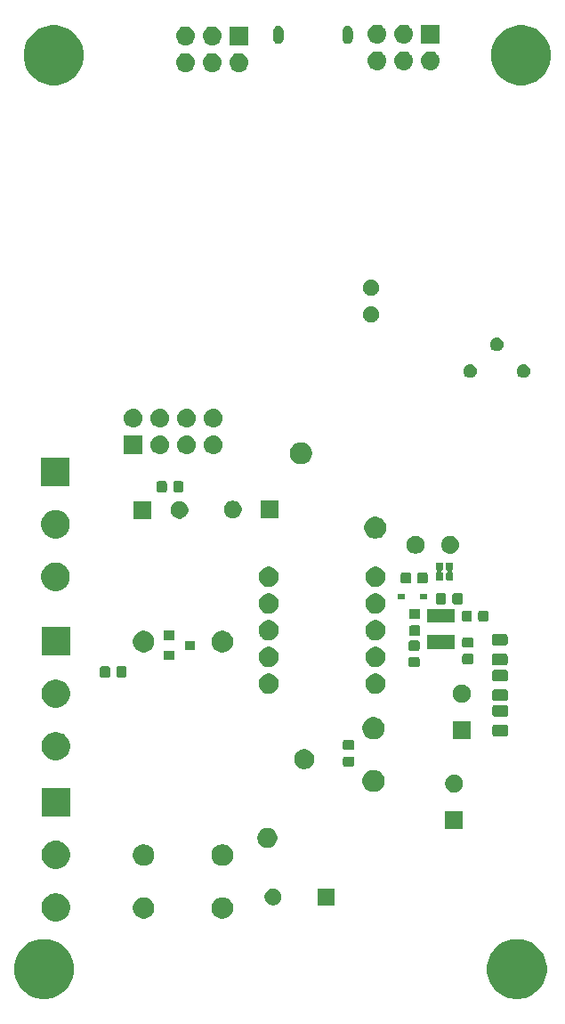
<source format=gbr>
G04 #@! TF.GenerationSoftware,KiCad,Pcbnew,(5.1.0)-1*
G04 #@! TF.CreationDate,2019-11-06T10:51:47-08:00*
G04 #@! TF.ProjectId,SLS_rev1,534c535f-7265-4763-912e-6b696361645f,rev?*
G04 #@! TF.SameCoordinates,Original*
G04 #@! TF.FileFunction,Soldermask,Bot*
G04 #@! TF.FilePolarity,Negative*
%FSLAX46Y46*%
G04 Gerber Fmt 4.6, Leading zero omitted, Abs format (unit mm)*
G04 Created by KiCad (PCBNEW (5.1.0)-1) date 2019-11-06 10:51:47*
%MOMM*%
%LPD*%
G04 APERTURE LIST*
%ADD10C,0.100000*%
G04 APERTURE END LIST*
D10*
G36*
X123556202Y-151203781D02*
G01*
X123831606Y-151258562D01*
X124350455Y-151473476D01*
X124817407Y-151785484D01*
X125214516Y-152182593D01*
X125526524Y-152649545D01*
X125741438Y-153168394D01*
X125851000Y-153719201D01*
X125851000Y-154280799D01*
X125741438Y-154831606D01*
X125526524Y-155350455D01*
X125214516Y-155817407D01*
X124817407Y-156214516D01*
X124350455Y-156526524D01*
X123831606Y-156741438D01*
X123556202Y-156796219D01*
X123280800Y-156851000D01*
X122719200Y-156851000D01*
X122443798Y-156796219D01*
X122168394Y-156741438D01*
X121649545Y-156526524D01*
X121182593Y-156214516D01*
X120785484Y-155817407D01*
X120473476Y-155350455D01*
X120258562Y-154831606D01*
X120149000Y-154280799D01*
X120149000Y-153719201D01*
X120258562Y-153168394D01*
X120473476Y-152649545D01*
X120785484Y-152182593D01*
X121182593Y-151785484D01*
X121649545Y-151473476D01*
X122168394Y-151258562D01*
X122443798Y-151203781D01*
X122719200Y-151149000D01*
X123280800Y-151149000D01*
X123556202Y-151203781D01*
X123556202Y-151203781D01*
G37*
G36*
X78556202Y-151203781D02*
G01*
X78831606Y-151258562D01*
X79350455Y-151473476D01*
X79817407Y-151785484D01*
X80214516Y-152182593D01*
X80526524Y-152649545D01*
X80741438Y-153168394D01*
X80851000Y-153719201D01*
X80851000Y-154280799D01*
X80741438Y-154831606D01*
X80526524Y-155350455D01*
X80214516Y-155817407D01*
X79817407Y-156214516D01*
X79350455Y-156526524D01*
X78831606Y-156741438D01*
X78556202Y-156796219D01*
X78280800Y-156851000D01*
X77719200Y-156851000D01*
X77443798Y-156796219D01*
X77168394Y-156741438D01*
X76649545Y-156526524D01*
X76182593Y-156214516D01*
X75785484Y-155817407D01*
X75473476Y-155350455D01*
X75258562Y-154831606D01*
X75149000Y-154280799D01*
X75149000Y-153719201D01*
X75258562Y-153168394D01*
X75473476Y-152649545D01*
X75785484Y-152182593D01*
X76182593Y-151785484D01*
X76649545Y-151473476D01*
X77168394Y-151258562D01*
X77443798Y-151203781D01*
X77719200Y-151149000D01*
X78280800Y-151149000D01*
X78556202Y-151203781D01*
X78556202Y-151203781D01*
G37*
G36*
X79529072Y-146825918D02*
G01*
X79687057Y-146891357D01*
X79774939Y-146927759D01*
X79886328Y-147002187D01*
X79996211Y-147075609D01*
X80184391Y-147263789D01*
X80332242Y-147485063D01*
X80434082Y-147730928D01*
X80486000Y-147991937D01*
X80486000Y-148258063D01*
X80434082Y-148519072D01*
X80332242Y-148764937D01*
X80184391Y-148986211D01*
X79996211Y-149174391D01*
X79933939Y-149216000D01*
X79774939Y-149322241D01*
X79774938Y-149322242D01*
X79774937Y-149322242D01*
X79529072Y-149424082D01*
X79268063Y-149476000D01*
X79001937Y-149476000D01*
X78740928Y-149424082D01*
X78495063Y-149322242D01*
X78495062Y-149322242D01*
X78495061Y-149322241D01*
X78336061Y-149216000D01*
X78273789Y-149174391D01*
X78085609Y-148986211D01*
X77937758Y-148764937D01*
X77835918Y-148519072D01*
X77784000Y-148258063D01*
X77784000Y-147991937D01*
X77835918Y-147730928D01*
X77937758Y-147485063D01*
X78085609Y-147263789D01*
X78273789Y-147075609D01*
X78383672Y-147002187D01*
X78495061Y-146927759D01*
X78582944Y-146891357D01*
X78740928Y-146825918D01*
X79001937Y-146774000D01*
X79268063Y-146774000D01*
X79529072Y-146825918D01*
X79529072Y-146825918D01*
G37*
G36*
X87774272Y-147203428D02*
G01*
X87919995Y-147263789D01*
X87960993Y-147280771D01*
X88129037Y-147393054D01*
X88271946Y-147535963D01*
X88338526Y-147635608D01*
X88384230Y-147704009D01*
X88461572Y-147890728D01*
X88501000Y-148088947D01*
X88501000Y-148291053D01*
X88461572Y-148489272D01*
X88449228Y-148519072D01*
X88384229Y-148675993D01*
X88271946Y-148844037D01*
X88129037Y-148986946D01*
X87960993Y-149099229D01*
X87960992Y-149099230D01*
X87960991Y-149099230D01*
X87774272Y-149176572D01*
X87576053Y-149216000D01*
X87373947Y-149216000D01*
X87175728Y-149176572D01*
X86989009Y-149099230D01*
X86989008Y-149099230D01*
X86989007Y-149099229D01*
X86820963Y-148986946D01*
X86678054Y-148844037D01*
X86565771Y-148675993D01*
X86500772Y-148519072D01*
X86488428Y-148489272D01*
X86449000Y-148291053D01*
X86449000Y-148088947D01*
X86488428Y-147890728D01*
X86565770Y-147704009D01*
X86611474Y-147635608D01*
X86678054Y-147535963D01*
X86820963Y-147393054D01*
X86989007Y-147280771D01*
X87030005Y-147263789D01*
X87175728Y-147203428D01*
X87373947Y-147164000D01*
X87576053Y-147164000D01*
X87774272Y-147203428D01*
X87774272Y-147203428D01*
G37*
G36*
X95274272Y-147203428D02*
G01*
X95419995Y-147263789D01*
X95460993Y-147280771D01*
X95629037Y-147393054D01*
X95771946Y-147535963D01*
X95838526Y-147635608D01*
X95884230Y-147704009D01*
X95961572Y-147890728D01*
X96001000Y-148088947D01*
X96001000Y-148291053D01*
X95961572Y-148489272D01*
X95949228Y-148519072D01*
X95884229Y-148675993D01*
X95771946Y-148844037D01*
X95629037Y-148986946D01*
X95460993Y-149099229D01*
X95460992Y-149099230D01*
X95460991Y-149099230D01*
X95274272Y-149176572D01*
X95076053Y-149216000D01*
X94873947Y-149216000D01*
X94675728Y-149176572D01*
X94489009Y-149099230D01*
X94489008Y-149099230D01*
X94489007Y-149099229D01*
X94320963Y-148986946D01*
X94178054Y-148844037D01*
X94065771Y-148675993D01*
X94000772Y-148519072D01*
X93988428Y-148489272D01*
X93949000Y-148291053D01*
X93949000Y-148088947D01*
X93988428Y-147890728D01*
X94065770Y-147704009D01*
X94111474Y-147635608D01*
X94178054Y-147535963D01*
X94320963Y-147393054D01*
X94489007Y-147280771D01*
X94530005Y-147263789D01*
X94675728Y-147203428D01*
X94873947Y-147164000D01*
X95076053Y-147164000D01*
X95274272Y-147203428D01*
X95274272Y-147203428D01*
G37*
G36*
X105681000Y-147926000D02*
G01*
X104079000Y-147926000D01*
X104079000Y-146324000D01*
X105681000Y-146324000D01*
X105681000Y-147926000D01*
X105681000Y-147926000D01*
G37*
G36*
X100033642Y-146354781D02*
G01*
X100179414Y-146415162D01*
X100179416Y-146415163D01*
X100310608Y-146502822D01*
X100422178Y-146614392D01*
X100509837Y-146745584D01*
X100509838Y-146745586D01*
X100570219Y-146891358D01*
X100601000Y-147046107D01*
X100601000Y-147203893D01*
X100570219Y-147358642D01*
X100555965Y-147393054D01*
X100509837Y-147504416D01*
X100422178Y-147635608D01*
X100310608Y-147747178D01*
X100179416Y-147834837D01*
X100179415Y-147834838D01*
X100179414Y-147834838D01*
X100033642Y-147895219D01*
X99878893Y-147926000D01*
X99721107Y-147926000D01*
X99566358Y-147895219D01*
X99420586Y-147834838D01*
X99420585Y-147834838D01*
X99420584Y-147834837D01*
X99289392Y-147747178D01*
X99177822Y-147635608D01*
X99090163Y-147504416D01*
X99044035Y-147393054D01*
X99029781Y-147358642D01*
X98999000Y-147203893D01*
X98999000Y-147046107D01*
X99029781Y-146891358D01*
X99090162Y-146745586D01*
X99090163Y-146745584D01*
X99177822Y-146614392D01*
X99289392Y-146502822D01*
X99420584Y-146415163D01*
X99420586Y-146415162D01*
X99566358Y-146354781D01*
X99721107Y-146324000D01*
X99878893Y-146324000D01*
X100033642Y-146354781D01*
X100033642Y-146354781D01*
G37*
G36*
X79471142Y-141814395D02*
G01*
X79529072Y-141825918D01*
X79774939Y-141927759D01*
X79864296Y-141987466D01*
X79996211Y-142075609D01*
X80184391Y-142263789D01*
X80244036Y-142353054D01*
X80309785Y-142451453D01*
X80332242Y-142485063D01*
X80434082Y-142730928D01*
X80486000Y-142991937D01*
X80486000Y-143258063D01*
X80434082Y-143519072D01*
X80332242Y-143764937D01*
X80184391Y-143986211D01*
X79996211Y-144174391D01*
X79886328Y-144247813D01*
X79774939Y-144322241D01*
X79774938Y-144322242D01*
X79774937Y-144322242D01*
X79529072Y-144424082D01*
X79268063Y-144476000D01*
X79001937Y-144476000D01*
X78740928Y-144424082D01*
X78495063Y-144322242D01*
X78495062Y-144322242D01*
X78495061Y-144322241D01*
X78383672Y-144247813D01*
X78273789Y-144174391D01*
X78085609Y-143986211D01*
X77937758Y-143764937D01*
X77835918Y-143519072D01*
X77784000Y-143258063D01*
X77784000Y-142991937D01*
X77835918Y-142730928D01*
X77937758Y-142485063D01*
X77960216Y-142451453D01*
X78025964Y-142353054D01*
X78085609Y-142263789D01*
X78273789Y-142075609D01*
X78405704Y-141987466D01*
X78495061Y-141927759D01*
X78740928Y-141825918D01*
X78798858Y-141814395D01*
X79001937Y-141774000D01*
X79268063Y-141774000D01*
X79471142Y-141814395D01*
X79471142Y-141814395D01*
G37*
G36*
X87774272Y-142163428D02*
G01*
X87960991Y-142240770D01*
X87960993Y-142240771D01*
X88129037Y-142353054D01*
X88271946Y-142495963D01*
X88384229Y-142664007D01*
X88384230Y-142664009D01*
X88461572Y-142850728D01*
X88501000Y-143048947D01*
X88501000Y-143251053D01*
X88461572Y-143449272D01*
X88384230Y-143635991D01*
X88384229Y-143635993D01*
X88271946Y-143804037D01*
X88129037Y-143946946D01*
X87960993Y-144059229D01*
X87960992Y-144059230D01*
X87960991Y-144059230D01*
X87774272Y-144136572D01*
X87576053Y-144176000D01*
X87373947Y-144176000D01*
X87175728Y-144136572D01*
X86989009Y-144059230D01*
X86989008Y-144059230D01*
X86989007Y-144059229D01*
X86820963Y-143946946D01*
X86678054Y-143804037D01*
X86565771Y-143635993D01*
X86565770Y-143635991D01*
X86488428Y-143449272D01*
X86449000Y-143251053D01*
X86449000Y-143048947D01*
X86488428Y-142850728D01*
X86565770Y-142664009D01*
X86565771Y-142664007D01*
X86678054Y-142495963D01*
X86820963Y-142353054D01*
X86989007Y-142240771D01*
X86989009Y-142240770D01*
X87175728Y-142163428D01*
X87373947Y-142124000D01*
X87576053Y-142124000D01*
X87774272Y-142163428D01*
X87774272Y-142163428D01*
G37*
G36*
X95274272Y-142163428D02*
G01*
X95460991Y-142240770D01*
X95460993Y-142240771D01*
X95629037Y-142353054D01*
X95771946Y-142495963D01*
X95884229Y-142664007D01*
X95884230Y-142664009D01*
X95961572Y-142850728D01*
X96001000Y-143048947D01*
X96001000Y-143251053D01*
X95961572Y-143449272D01*
X95884230Y-143635991D01*
X95884229Y-143635993D01*
X95771946Y-143804037D01*
X95629037Y-143946946D01*
X95460993Y-144059229D01*
X95460992Y-144059230D01*
X95460991Y-144059230D01*
X95274272Y-144136572D01*
X95076053Y-144176000D01*
X94873947Y-144176000D01*
X94675728Y-144136572D01*
X94489009Y-144059230D01*
X94489008Y-144059230D01*
X94489007Y-144059229D01*
X94320963Y-143946946D01*
X94178054Y-143804037D01*
X94065771Y-143635993D01*
X94065770Y-143635991D01*
X93988428Y-143449272D01*
X93949000Y-143251053D01*
X93949000Y-143048947D01*
X93988428Y-142850728D01*
X94065770Y-142664009D01*
X94065771Y-142664007D01*
X94178054Y-142495963D01*
X94320963Y-142353054D01*
X94489007Y-142240771D01*
X94489009Y-142240770D01*
X94675728Y-142163428D01*
X94873947Y-142124000D01*
X95076053Y-142124000D01*
X95274272Y-142163428D01*
X95274272Y-142163428D01*
G37*
G36*
X99531395Y-140622546D02*
G01*
X99704466Y-140694234D01*
X99704467Y-140694235D01*
X99860227Y-140798310D01*
X99992690Y-140930773D01*
X99992691Y-140930775D01*
X100096766Y-141086534D01*
X100168454Y-141259605D01*
X100205000Y-141443333D01*
X100205000Y-141630667D01*
X100168454Y-141814395D01*
X100096766Y-141987466D01*
X100096765Y-141987467D01*
X99992690Y-142143227D01*
X99860227Y-142275690D01*
X99781818Y-142328081D01*
X99704466Y-142379766D01*
X99531395Y-142451454D01*
X99347667Y-142488000D01*
X99160333Y-142488000D01*
X98976605Y-142451454D01*
X98803534Y-142379766D01*
X98726182Y-142328081D01*
X98647773Y-142275690D01*
X98515310Y-142143227D01*
X98411235Y-141987467D01*
X98411234Y-141987466D01*
X98339546Y-141814395D01*
X98303000Y-141630667D01*
X98303000Y-141443333D01*
X98339546Y-141259605D01*
X98411234Y-141086534D01*
X98515309Y-140930775D01*
X98515310Y-140930773D01*
X98647773Y-140798310D01*
X98803533Y-140694235D01*
X98803534Y-140694234D01*
X98976605Y-140622546D01*
X99160333Y-140586000D01*
X99347667Y-140586000D01*
X99531395Y-140622546D01*
X99531395Y-140622546D01*
G37*
G36*
X117876000Y-140701000D02*
G01*
X116174000Y-140701000D01*
X116174000Y-138999000D01*
X117876000Y-138999000D01*
X117876000Y-140701000D01*
X117876000Y-140701000D01*
G37*
G36*
X80486000Y-139476000D02*
G01*
X77784000Y-139476000D01*
X77784000Y-136774000D01*
X80486000Y-136774000D01*
X80486000Y-139476000D01*
X80486000Y-139476000D01*
G37*
G36*
X117273228Y-135531703D02*
G01*
X117428100Y-135595853D01*
X117567481Y-135688985D01*
X117686015Y-135807519D01*
X117779147Y-135946900D01*
X117843297Y-136101772D01*
X117876000Y-136266184D01*
X117876000Y-136433816D01*
X117843297Y-136598228D01*
X117779147Y-136753100D01*
X117686015Y-136892481D01*
X117567481Y-137011015D01*
X117428100Y-137104147D01*
X117273228Y-137168297D01*
X117108816Y-137201000D01*
X116941184Y-137201000D01*
X116776772Y-137168297D01*
X116621900Y-137104147D01*
X116482519Y-137011015D01*
X116363985Y-136892481D01*
X116270853Y-136753100D01*
X116206703Y-136598228D01*
X116174000Y-136433816D01*
X116174000Y-136266184D01*
X116206703Y-136101772D01*
X116270853Y-135946900D01*
X116363985Y-135807519D01*
X116482519Y-135688985D01*
X116621900Y-135595853D01*
X116776772Y-135531703D01*
X116941184Y-135499000D01*
X117108816Y-135499000D01*
X117273228Y-135531703D01*
X117273228Y-135531703D01*
G37*
G36*
X109656564Y-135089389D02*
G01*
X109847833Y-135168615D01*
X109847835Y-135168616D01*
X110019973Y-135283635D01*
X110166365Y-135430027D01*
X110277166Y-135595852D01*
X110281385Y-135602167D01*
X110360611Y-135793436D01*
X110401000Y-135996484D01*
X110401000Y-136203516D01*
X110360611Y-136406564D01*
X110281385Y-136597833D01*
X110281384Y-136597835D01*
X110166365Y-136769973D01*
X110019973Y-136916365D01*
X109847835Y-137031384D01*
X109847834Y-137031385D01*
X109847833Y-137031385D01*
X109656564Y-137110611D01*
X109453516Y-137151000D01*
X109246484Y-137151000D01*
X109043436Y-137110611D01*
X108852167Y-137031385D01*
X108852166Y-137031385D01*
X108852165Y-137031384D01*
X108680027Y-136916365D01*
X108533635Y-136769973D01*
X108418616Y-136597835D01*
X108418615Y-136597833D01*
X108339389Y-136406564D01*
X108299000Y-136203516D01*
X108299000Y-135996484D01*
X108339389Y-135793436D01*
X108418615Y-135602167D01*
X108422835Y-135595852D01*
X108533635Y-135430027D01*
X108680027Y-135283635D01*
X108852165Y-135168616D01*
X108852167Y-135168615D01*
X109043436Y-135089389D01*
X109246484Y-135049000D01*
X109453516Y-135049000D01*
X109656564Y-135089389D01*
X109656564Y-135089389D01*
G37*
G36*
X103031395Y-133122546D02*
G01*
X103204466Y-133194234D01*
X103204467Y-133194235D01*
X103360227Y-133298310D01*
X103492690Y-133430773D01*
X103492691Y-133430775D01*
X103596766Y-133586534D01*
X103668454Y-133759605D01*
X103705000Y-133943333D01*
X103705000Y-134130667D01*
X103668454Y-134314395D01*
X103596766Y-134487466D01*
X103596765Y-134487467D01*
X103492690Y-134643227D01*
X103360227Y-134775690D01*
X103281818Y-134828081D01*
X103204466Y-134879766D01*
X103031395Y-134951454D01*
X102847667Y-134988000D01*
X102660333Y-134988000D01*
X102476605Y-134951454D01*
X102303534Y-134879766D01*
X102226182Y-134828081D01*
X102147773Y-134775690D01*
X102015310Y-134643227D01*
X101911235Y-134487467D01*
X101911234Y-134487466D01*
X101839546Y-134314395D01*
X101803000Y-134130667D01*
X101803000Y-133943333D01*
X101839546Y-133759605D01*
X101911234Y-133586534D01*
X102015309Y-133430775D01*
X102015310Y-133430773D01*
X102147773Y-133298310D01*
X102303533Y-133194235D01*
X102303534Y-133194234D01*
X102476605Y-133122546D01*
X102660333Y-133086000D01*
X102847667Y-133086000D01*
X103031395Y-133122546D01*
X103031395Y-133122546D01*
G37*
G36*
X107359591Y-133783085D02*
G01*
X107393569Y-133793393D01*
X107424890Y-133810134D01*
X107452339Y-133832661D01*
X107474866Y-133860110D01*
X107491607Y-133891431D01*
X107501915Y-133925409D01*
X107506000Y-133966890D01*
X107506000Y-134568110D01*
X107501915Y-134609591D01*
X107491607Y-134643569D01*
X107474866Y-134674890D01*
X107452339Y-134702339D01*
X107424890Y-134724866D01*
X107393569Y-134741607D01*
X107359591Y-134751915D01*
X107318110Y-134756000D01*
X106641890Y-134756000D01*
X106600409Y-134751915D01*
X106566431Y-134741607D01*
X106535110Y-134724866D01*
X106507661Y-134702339D01*
X106485134Y-134674890D01*
X106468393Y-134643569D01*
X106458085Y-134609591D01*
X106454000Y-134568110D01*
X106454000Y-133966890D01*
X106458085Y-133925409D01*
X106468393Y-133891431D01*
X106485134Y-133860110D01*
X106507661Y-133832661D01*
X106535110Y-133810134D01*
X106566431Y-133793393D01*
X106600409Y-133783085D01*
X106641890Y-133779000D01*
X107318110Y-133779000D01*
X107359591Y-133783085D01*
X107359591Y-133783085D01*
G37*
G36*
X79519072Y-131500918D02*
G01*
X79753052Y-131597835D01*
X79764939Y-131602759D01*
X79819593Y-131639278D01*
X79964852Y-131736337D01*
X79986212Y-131750610D01*
X80174390Y-131938788D01*
X80316187Y-132151000D01*
X80322242Y-132160063D01*
X80424082Y-132405928D01*
X80476000Y-132666937D01*
X80476000Y-132933063D01*
X80424082Y-133194072D01*
X80322242Y-133439937D01*
X80174391Y-133661211D01*
X79986211Y-133849391D01*
X79970169Y-133860110D01*
X79764939Y-133997241D01*
X79764938Y-133997242D01*
X79764937Y-133997242D01*
X79519072Y-134099082D01*
X79258063Y-134151000D01*
X78991937Y-134151000D01*
X78730928Y-134099082D01*
X78485063Y-133997242D01*
X78485062Y-133997242D01*
X78485061Y-133997241D01*
X78279831Y-133860110D01*
X78263789Y-133849391D01*
X78075609Y-133661211D01*
X77927758Y-133439937D01*
X77825918Y-133194072D01*
X77774000Y-132933063D01*
X77774000Y-132666937D01*
X77825918Y-132405928D01*
X77927758Y-132160063D01*
X77933814Y-132151000D01*
X78075610Y-131938788D01*
X78263788Y-131750610D01*
X78285149Y-131736337D01*
X78430407Y-131639278D01*
X78485061Y-131602759D01*
X78496949Y-131597835D01*
X78730928Y-131500918D01*
X78991937Y-131449000D01*
X79258063Y-131449000D01*
X79519072Y-131500918D01*
X79519072Y-131500918D01*
G37*
G36*
X107359591Y-132208085D02*
G01*
X107393569Y-132218393D01*
X107424890Y-132235134D01*
X107452339Y-132257661D01*
X107474866Y-132285110D01*
X107491607Y-132316431D01*
X107501915Y-132350409D01*
X107506000Y-132391890D01*
X107506000Y-132993110D01*
X107501915Y-133034591D01*
X107491607Y-133068569D01*
X107474866Y-133099890D01*
X107452339Y-133127339D01*
X107424890Y-133149866D01*
X107393569Y-133166607D01*
X107359591Y-133176915D01*
X107318110Y-133181000D01*
X106641890Y-133181000D01*
X106600409Y-133176915D01*
X106566431Y-133166607D01*
X106535110Y-133149866D01*
X106507661Y-133127339D01*
X106485134Y-133099890D01*
X106468393Y-133068569D01*
X106458085Y-133034591D01*
X106454000Y-132993110D01*
X106454000Y-132391890D01*
X106458085Y-132350409D01*
X106468393Y-132316431D01*
X106485134Y-132285110D01*
X106507661Y-132257661D01*
X106535110Y-132235134D01*
X106566431Y-132218393D01*
X106600409Y-132208085D01*
X106641890Y-132204000D01*
X107318110Y-132204000D01*
X107359591Y-132208085D01*
X107359591Y-132208085D01*
G37*
G36*
X109656564Y-130089389D02*
G01*
X109847833Y-130168615D01*
X109847835Y-130168616D01*
X110019973Y-130283635D01*
X110166365Y-130430027D01*
X110281385Y-130602167D01*
X110360611Y-130793436D01*
X110401000Y-130996484D01*
X110401000Y-131203516D01*
X110360611Y-131406564D01*
X110343033Y-131449000D01*
X110281384Y-131597835D01*
X110166365Y-131769973D01*
X110019973Y-131916365D01*
X109847835Y-132031384D01*
X109847834Y-132031385D01*
X109847833Y-132031385D01*
X109656564Y-132110611D01*
X109453516Y-132151000D01*
X109246484Y-132151000D01*
X109043436Y-132110611D01*
X108852167Y-132031385D01*
X108852166Y-132031385D01*
X108852165Y-132031384D01*
X108680027Y-131916365D01*
X108533635Y-131769973D01*
X108418616Y-131597835D01*
X108356967Y-131449000D01*
X108339389Y-131406564D01*
X108299000Y-131203516D01*
X108299000Y-130996484D01*
X108339389Y-130793436D01*
X108418615Y-130602167D01*
X108533635Y-130430027D01*
X108680027Y-130283635D01*
X108852165Y-130168616D01*
X108852167Y-130168615D01*
X109043436Y-130089389D01*
X109246484Y-130049000D01*
X109453516Y-130049000D01*
X109656564Y-130089389D01*
X109656564Y-130089389D01*
G37*
G36*
X118601000Y-132151000D02*
G01*
X116899000Y-132151000D01*
X116899000Y-130449000D01*
X118601000Y-130449000D01*
X118601000Y-132151000D01*
X118601000Y-132151000D01*
G37*
G36*
X122004468Y-130783565D02*
G01*
X122043138Y-130795296D01*
X122078777Y-130814346D01*
X122110017Y-130839983D01*
X122135654Y-130871223D01*
X122154704Y-130906862D01*
X122166435Y-130945532D01*
X122171000Y-130991888D01*
X122171000Y-131643112D01*
X122166435Y-131689468D01*
X122154704Y-131728138D01*
X122135654Y-131763777D01*
X122110017Y-131795017D01*
X122078777Y-131820654D01*
X122043138Y-131839704D01*
X122004468Y-131851435D01*
X121958112Y-131856000D01*
X120881888Y-131856000D01*
X120835532Y-131851435D01*
X120796862Y-131839704D01*
X120761223Y-131820654D01*
X120729983Y-131795017D01*
X120704346Y-131763777D01*
X120685296Y-131728138D01*
X120673565Y-131689468D01*
X120669000Y-131643112D01*
X120669000Y-130991888D01*
X120673565Y-130945532D01*
X120685296Y-130906862D01*
X120704346Y-130871223D01*
X120729983Y-130839983D01*
X120761223Y-130814346D01*
X120796862Y-130795296D01*
X120835532Y-130783565D01*
X120881888Y-130779000D01*
X121958112Y-130779000D01*
X122004468Y-130783565D01*
X122004468Y-130783565D01*
G37*
G36*
X122004468Y-128908565D02*
G01*
X122043138Y-128920296D01*
X122078777Y-128939346D01*
X122110017Y-128964983D01*
X122135654Y-128996223D01*
X122154704Y-129031862D01*
X122166435Y-129070532D01*
X122171000Y-129116888D01*
X122171000Y-129768112D01*
X122166435Y-129814468D01*
X122154704Y-129853138D01*
X122135654Y-129888777D01*
X122110017Y-129920017D01*
X122078777Y-129945654D01*
X122043138Y-129964704D01*
X122004468Y-129976435D01*
X121958112Y-129981000D01*
X120881888Y-129981000D01*
X120835532Y-129976435D01*
X120796862Y-129964704D01*
X120761223Y-129945654D01*
X120729983Y-129920017D01*
X120704346Y-129888777D01*
X120685296Y-129853138D01*
X120673565Y-129814468D01*
X120669000Y-129768112D01*
X120669000Y-129116888D01*
X120673565Y-129070532D01*
X120685296Y-129031862D01*
X120704346Y-128996223D01*
X120729983Y-128964983D01*
X120761223Y-128939346D01*
X120796862Y-128920296D01*
X120835532Y-128908565D01*
X120881888Y-128904000D01*
X121958112Y-128904000D01*
X122004468Y-128908565D01*
X122004468Y-128908565D01*
G37*
G36*
X79519072Y-126500918D02*
G01*
X79759498Y-126600505D01*
X79764939Y-126602759D01*
X79784495Y-126615826D01*
X79986211Y-126750609D01*
X80174391Y-126938789D01*
X80245928Y-127045852D01*
X80303756Y-127132396D01*
X80322242Y-127160063D01*
X80424082Y-127405928D01*
X80476000Y-127666937D01*
X80476000Y-127933063D01*
X80424082Y-128194072D01*
X80420343Y-128203100D01*
X80322241Y-128439939D01*
X80288239Y-128490826D01*
X80181214Y-128651000D01*
X80174390Y-128661212D01*
X79986212Y-128849390D01*
X79764939Y-128997241D01*
X79764938Y-128997242D01*
X79764937Y-128997242D01*
X79519072Y-129099082D01*
X79258063Y-129151000D01*
X78991937Y-129151000D01*
X78730928Y-129099082D01*
X78485063Y-128997242D01*
X78485062Y-128997242D01*
X78485061Y-128997241D01*
X78263788Y-128849390D01*
X78075610Y-128661212D01*
X78068787Y-128651000D01*
X77961761Y-128490826D01*
X77927759Y-128439939D01*
X77829658Y-128203100D01*
X77825918Y-128194072D01*
X77774000Y-127933063D01*
X77774000Y-127666937D01*
X77825918Y-127405928D01*
X77927758Y-127160063D01*
X77946245Y-127132396D01*
X78004072Y-127045852D01*
X78075609Y-126938789D01*
X78263789Y-126750609D01*
X78465505Y-126615826D01*
X78485061Y-126602759D01*
X78490503Y-126600505D01*
X78730928Y-126500918D01*
X78991937Y-126449000D01*
X79258063Y-126449000D01*
X79519072Y-126500918D01*
X79519072Y-126500918D01*
G37*
G36*
X117998228Y-126981703D02*
G01*
X118153100Y-127045853D01*
X118292481Y-127138985D01*
X118411015Y-127257519D01*
X118504147Y-127396900D01*
X118568297Y-127551772D01*
X118601000Y-127716184D01*
X118601000Y-127883816D01*
X118568297Y-128048228D01*
X118504147Y-128203100D01*
X118411015Y-128342481D01*
X118292481Y-128461015D01*
X118153100Y-128554147D01*
X117998228Y-128618297D01*
X117833816Y-128651000D01*
X117666184Y-128651000D01*
X117501772Y-128618297D01*
X117346900Y-128554147D01*
X117207519Y-128461015D01*
X117088985Y-128342481D01*
X116995853Y-128203100D01*
X116931703Y-128048228D01*
X116899000Y-127883816D01*
X116899000Y-127716184D01*
X116931703Y-127551772D01*
X116995853Y-127396900D01*
X117088985Y-127257519D01*
X117207519Y-127138985D01*
X117346900Y-127045853D01*
X117501772Y-126981703D01*
X117666184Y-126949000D01*
X117833816Y-126949000D01*
X117998228Y-126981703D01*
X117998228Y-126981703D01*
G37*
G36*
X121984468Y-127423565D02*
G01*
X122023138Y-127435296D01*
X122058777Y-127454346D01*
X122090017Y-127479983D01*
X122115654Y-127511223D01*
X122134704Y-127546862D01*
X122146435Y-127585532D01*
X122151000Y-127631888D01*
X122151000Y-128283112D01*
X122146435Y-128329468D01*
X122134704Y-128368138D01*
X122115654Y-128403777D01*
X122090017Y-128435017D01*
X122058777Y-128460654D01*
X122023138Y-128479704D01*
X121984468Y-128491435D01*
X121938112Y-128496000D01*
X120861888Y-128496000D01*
X120815532Y-128491435D01*
X120776862Y-128479704D01*
X120741223Y-128460654D01*
X120709983Y-128435017D01*
X120684346Y-128403777D01*
X120665296Y-128368138D01*
X120653565Y-128329468D01*
X120649000Y-128283112D01*
X120649000Y-127631888D01*
X120653565Y-127585532D01*
X120665296Y-127546862D01*
X120684346Y-127511223D01*
X120709983Y-127479983D01*
X120741223Y-127454346D01*
X120776862Y-127435296D01*
X120815532Y-127423565D01*
X120861888Y-127419000D01*
X121938112Y-127419000D01*
X121984468Y-127423565D01*
X121984468Y-127423565D01*
G37*
G36*
X109807395Y-125940546D02*
G01*
X109980466Y-126012234D01*
X110054049Y-126061401D01*
X110136227Y-126116310D01*
X110268690Y-126248773D01*
X110274855Y-126258000D01*
X110372766Y-126404534D01*
X110444454Y-126577605D01*
X110481000Y-126761333D01*
X110481000Y-126948667D01*
X110444454Y-127132395D01*
X110372766Y-127305466D01*
X110372765Y-127305467D01*
X110268690Y-127461227D01*
X110136227Y-127593690D01*
X110079059Y-127631888D01*
X109980466Y-127697766D01*
X109807395Y-127769454D01*
X109623667Y-127806000D01*
X109436333Y-127806000D01*
X109252605Y-127769454D01*
X109079534Y-127697766D01*
X108980941Y-127631888D01*
X108923773Y-127593690D01*
X108791310Y-127461227D01*
X108687235Y-127305467D01*
X108687234Y-127305466D01*
X108615546Y-127132395D01*
X108579000Y-126948667D01*
X108579000Y-126761333D01*
X108615546Y-126577605D01*
X108687234Y-126404534D01*
X108785145Y-126258000D01*
X108791310Y-126248773D01*
X108923773Y-126116310D01*
X109005951Y-126061401D01*
X109079534Y-126012234D01*
X109252605Y-125940546D01*
X109436333Y-125904000D01*
X109623667Y-125904000D01*
X109807395Y-125940546D01*
X109807395Y-125940546D01*
G37*
G36*
X99647395Y-125940546D02*
G01*
X99820466Y-126012234D01*
X99894049Y-126061401D01*
X99976227Y-126116310D01*
X100108690Y-126248773D01*
X100114855Y-126258000D01*
X100212766Y-126404534D01*
X100284454Y-126577605D01*
X100321000Y-126761333D01*
X100321000Y-126948667D01*
X100284454Y-127132395D01*
X100212766Y-127305466D01*
X100212765Y-127305467D01*
X100108690Y-127461227D01*
X99976227Y-127593690D01*
X99919059Y-127631888D01*
X99820466Y-127697766D01*
X99647395Y-127769454D01*
X99463667Y-127806000D01*
X99276333Y-127806000D01*
X99092605Y-127769454D01*
X98919534Y-127697766D01*
X98820941Y-127631888D01*
X98763773Y-127593690D01*
X98631310Y-127461227D01*
X98527235Y-127305467D01*
X98527234Y-127305466D01*
X98455546Y-127132395D01*
X98419000Y-126948667D01*
X98419000Y-126761333D01*
X98455546Y-126577605D01*
X98527234Y-126404534D01*
X98625145Y-126258000D01*
X98631310Y-126248773D01*
X98763773Y-126116310D01*
X98845951Y-126061401D01*
X98919534Y-126012234D01*
X99092605Y-125940546D01*
X99276333Y-125904000D01*
X99463667Y-125904000D01*
X99647395Y-125940546D01*
X99647395Y-125940546D01*
G37*
G36*
X121984468Y-125548565D02*
G01*
X122023138Y-125560296D01*
X122058777Y-125579346D01*
X122090017Y-125604983D01*
X122115654Y-125636223D01*
X122134704Y-125671862D01*
X122146435Y-125710532D01*
X122151000Y-125756888D01*
X122151000Y-126408112D01*
X122146435Y-126454468D01*
X122134704Y-126493138D01*
X122115654Y-126528777D01*
X122090017Y-126560017D01*
X122058777Y-126585654D01*
X122023138Y-126604704D01*
X121984468Y-126616435D01*
X121938112Y-126621000D01*
X120861888Y-126621000D01*
X120815532Y-126616435D01*
X120776862Y-126604704D01*
X120741223Y-126585654D01*
X120709983Y-126560017D01*
X120684346Y-126528777D01*
X120665296Y-126493138D01*
X120653565Y-126454468D01*
X120649000Y-126408112D01*
X120649000Y-125756888D01*
X120653565Y-125710532D01*
X120665296Y-125671862D01*
X120684346Y-125636223D01*
X120709983Y-125604983D01*
X120741223Y-125579346D01*
X120776862Y-125560296D01*
X120815532Y-125548565D01*
X120861888Y-125544000D01*
X121938112Y-125544000D01*
X121984468Y-125548565D01*
X121984468Y-125548565D01*
G37*
G36*
X84148591Y-125210085D02*
G01*
X84182569Y-125220393D01*
X84213890Y-125237134D01*
X84241339Y-125259661D01*
X84263866Y-125287110D01*
X84280607Y-125318431D01*
X84290915Y-125352409D01*
X84295000Y-125393890D01*
X84295000Y-126070110D01*
X84290915Y-126111591D01*
X84280607Y-126145569D01*
X84263866Y-126176890D01*
X84241339Y-126204339D01*
X84213890Y-126226866D01*
X84182569Y-126243607D01*
X84148591Y-126253915D01*
X84107110Y-126258000D01*
X83505890Y-126258000D01*
X83464409Y-126253915D01*
X83430431Y-126243607D01*
X83399110Y-126226866D01*
X83371661Y-126204339D01*
X83349134Y-126176890D01*
X83332393Y-126145569D01*
X83322085Y-126111591D01*
X83318000Y-126070110D01*
X83318000Y-125393890D01*
X83322085Y-125352409D01*
X83332393Y-125318431D01*
X83349134Y-125287110D01*
X83371661Y-125259661D01*
X83399110Y-125237134D01*
X83430431Y-125220393D01*
X83464409Y-125210085D01*
X83505890Y-125206000D01*
X84107110Y-125206000D01*
X84148591Y-125210085D01*
X84148591Y-125210085D01*
G37*
G36*
X85723591Y-125210085D02*
G01*
X85757569Y-125220393D01*
X85788890Y-125237134D01*
X85816339Y-125259661D01*
X85838866Y-125287110D01*
X85855607Y-125318431D01*
X85865915Y-125352409D01*
X85870000Y-125393890D01*
X85870000Y-126070110D01*
X85865915Y-126111591D01*
X85855607Y-126145569D01*
X85838866Y-126176890D01*
X85816339Y-126204339D01*
X85788890Y-126226866D01*
X85757569Y-126243607D01*
X85723591Y-126253915D01*
X85682110Y-126258000D01*
X85080890Y-126258000D01*
X85039409Y-126253915D01*
X85005431Y-126243607D01*
X84974110Y-126226866D01*
X84946661Y-126204339D01*
X84924134Y-126176890D01*
X84907393Y-126145569D01*
X84897085Y-126111591D01*
X84893000Y-126070110D01*
X84893000Y-125393890D01*
X84897085Y-125352409D01*
X84907393Y-125318431D01*
X84924134Y-125287110D01*
X84946661Y-125259661D01*
X84974110Y-125237134D01*
X85005431Y-125220393D01*
X85039409Y-125210085D01*
X85080890Y-125206000D01*
X85682110Y-125206000D01*
X85723591Y-125210085D01*
X85723591Y-125210085D01*
G37*
G36*
X113604591Y-124328085D02*
G01*
X113638569Y-124338393D01*
X113669890Y-124355134D01*
X113697339Y-124377661D01*
X113719866Y-124405110D01*
X113736607Y-124436431D01*
X113746915Y-124470409D01*
X113751000Y-124511890D01*
X113751000Y-125113110D01*
X113746915Y-125154591D01*
X113736607Y-125188569D01*
X113719866Y-125219890D01*
X113697339Y-125247339D01*
X113669890Y-125269866D01*
X113638569Y-125286607D01*
X113604591Y-125296915D01*
X113563110Y-125301000D01*
X112886890Y-125301000D01*
X112845409Y-125296915D01*
X112811431Y-125286607D01*
X112780110Y-125269866D01*
X112752661Y-125247339D01*
X112730134Y-125219890D01*
X112713393Y-125188569D01*
X112703085Y-125154591D01*
X112699000Y-125113110D01*
X112699000Y-124511890D01*
X112703085Y-124470409D01*
X112713393Y-124436431D01*
X112730134Y-124405110D01*
X112752661Y-124377661D01*
X112780110Y-124355134D01*
X112811431Y-124338393D01*
X112845409Y-124328085D01*
X112886890Y-124324000D01*
X113563110Y-124324000D01*
X113604591Y-124328085D01*
X113604591Y-124328085D01*
G37*
G36*
X109807395Y-123400546D02*
G01*
X109980466Y-123472234D01*
X110028061Y-123504036D01*
X110136227Y-123576310D01*
X110268690Y-123708773D01*
X110302403Y-123759229D01*
X110372766Y-123864534D01*
X110444454Y-124037605D01*
X110481000Y-124221333D01*
X110481000Y-124408667D01*
X110444454Y-124592395D01*
X110372766Y-124765466D01*
X110372765Y-124765467D01*
X110268690Y-124921227D01*
X110136227Y-125053690D01*
X110103578Y-125075505D01*
X109980466Y-125157766D01*
X109807395Y-125229454D01*
X109623667Y-125266000D01*
X109436333Y-125266000D01*
X109252605Y-125229454D01*
X109079534Y-125157766D01*
X108956422Y-125075505D01*
X108923773Y-125053690D01*
X108791310Y-124921227D01*
X108687235Y-124765467D01*
X108687234Y-124765466D01*
X108615546Y-124592395D01*
X108579000Y-124408667D01*
X108579000Y-124221333D01*
X108615546Y-124037605D01*
X108687234Y-123864534D01*
X108757597Y-123759229D01*
X108791310Y-123708773D01*
X108923773Y-123576310D01*
X109031939Y-123504036D01*
X109079534Y-123472234D01*
X109252605Y-123400546D01*
X109436333Y-123364000D01*
X109623667Y-123364000D01*
X109807395Y-123400546D01*
X109807395Y-123400546D01*
G37*
G36*
X99647395Y-123400546D02*
G01*
X99820466Y-123472234D01*
X99868061Y-123504036D01*
X99976227Y-123576310D01*
X100108690Y-123708773D01*
X100142403Y-123759229D01*
X100212766Y-123864534D01*
X100284454Y-124037605D01*
X100321000Y-124221333D01*
X100321000Y-124408667D01*
X100284454Y-124592395D01*
X100212766Y-124765466D01*
X100212765Y-124765467D01*
X100108690Y-124921227D01*
X99976227Y-125053690D01*
X99943578Y-125075505D01*
X99820466Y-125157766D01*
X99647395Y-125229454D01*
X99463667Y-125266000D01*
X99276333Y-125266000D01*
X99092605Y-125229454D01*
X98919534Y-125157766D01*
X98796422Y-125075505D01*
X98763773Y-125053690D01*
X98631310Y-124921227D01*
X98527235Y-124765467D01*
X98527234Y-124765466D01*
X98455546Y-124592395D01*
X98419000Y-124408667D01*
X98419000Y-124221333D01*
X98455546Y-124037605D01*
X98527234Y-123864534D01*
X98597597Y-123759229D01*
X98631310Y-123708773D01*
X98763773Y-123576310D01*
X98871939Y-123504036D01*
X98919534Y-123472234D01*
X99092605Y-123400546D01*
X99276333Y-123364000D01*
X99463667Y-123364000D01*
X99647395Y-123400546D01*
X99647395Y-123400546D01*
G37*
G36*
X121954468Y-124023565D02*
G01*
X121993138Y-124035296D01*
X122028777Y-124054346D01*
X122060017Y-124079983D01*
X122085654Y-124111223D01*
X122104704Y-124146862D01*
X122116435Y-124185532D01*
X122121000Y-124231888D01*
X122121000Y-124883112D01*
X122116435Y-124929468D01*
X122104704Y-124968138D01*
X122085654Y-125003777D01*
X122060017Y-125035017D01*
X122028777Y-125060654D01*
X121993138Y-125079704D01*
X121954468Y-125091435D01*
X121908112Y-125096000D01*
X120831888Y-125096000D01*
X120785532Y-125091435D01*
X120746862Y-125079704D01*
X120711223Y-125060654D01*
X120679983Y-125035017D01*
X120654346Y-125003777D01*
X120635296Y-124968138D01*
X120623565Y-124929468D01*
X120619000Y-124883112D01*
X120619000Y-124231888D01*
X120623565Y-124185532D01*
X120635296Y-124146862D01*
X120654346Y-124111223D01*
X120679983Y-124079983D01*
X120711223Y-124054346D01*
X120746862Y-124035296D01*
X120785532Y-124023565D01*
X120831888Y-124019000D01*
X121908112Y-124019000D01*
X121954468Y-124023565D01*
X121954468Y-124023565D01*
G37*
G36*
X118704591Y-124028085D02*
G01*
X118738569Y-124038393D01*
X118769890Y-124055134D01*
X118797339Y-124077661D01*
X118819866Y-124105110D01*
X118836607Y-124136431D01*
X118846915Y-124170409D01*
X118851000Y-124211890D01*
X118851000Y-124813110D01*
X118846915Y-124854591D01*
X118836607Y-124888569D01*
X118819866Y-124919890D01*
X118797339Y-124947339D01*
X118769890Y-124969866D01*
X118738569Y-124986607D01*
X118704591Y-124996915D01*
X118663110Y-125001000D01*
X117986890Y-125001000D01*
X117945409Y-124996915D01*
X117911431Y-124986607D01*
X117880110Y-124969866D01*
X117852661Y-124947339D01*
X117830134Y-124919890D01*
X117813393Y-124888569D01*
X117803085Y-124854591D01*
X117799000Y-124813110D01*
X117799000Y-124211890D01*
X117803085Y-124170409D01*
X117813393Y-124136431D01*
X117830134Y-124105110D01*
X117852661Y-124077661D01*
X117880110Y-124055134D01*
X117911431Y-124038393D01*
X117945409Y-124028085D01*
X117986890Y-124024000D01*
X118663110Y-124024000D01*
X118704591Y-124028085D01*
X118704591Y-124028085D01*
G37*
G36*
X90395000Y-124633000D02*
G01*
X89393000Y-124633000D01*
X89393000Y-123731000D01*
X90395000Y-123731000D01*
X90395000Y-124633000D01*
X90395000Y-124633000D01*
G37*
G36*
X80476000Y-124151000D02*
G01*
X77774000Y-124151000D01*
X77774000Y-121449000D01*
X80476000Y-121449000D01*
X80476000Y-124151000D01*
X80476000Y-124151000D01*
G37*
G36*
X87774272Y-121863428D02*
G01*
X87960991Y-121940770D01*
X87960993Y-121940771D01*
X88129037Y-122053054D01*
X88271946Y-122195963D01*
X88342129Y-122301000D01*
X88384230Y-122364009D01*
X88461572Y-122550728D01*
X88501000Y-122748947D01*
X88501000Y-122951053D01*
X88461572Y-123149272D01*
X88391911Y-123317448D01*
X88384229Y-123335993D01*
X88271946Y-123504037D01*
X88129037Y-123646946D01*
X87960993Y-123759229D01*
X87960992Y-123759230D01*
X87960991Y-123759230D01*
X87774272Y-123836572D01*
X87576053Y-123876000D01*
X87373947Y-123876000D01*
X87175728Y-123836572D01*
X86989009Y-123759230D01*
X86989008Y-123759230D01*
X86989007Y-123759229D01*
X86820963Y-123646946D01*
X86678054Y-123504037D01*
X86565771Y-123335993D01*
X86558089Y-123317448D01*
X86488428Y-123149272D01*
X86449000Y-122951053D01*
X86449000Y-122748947D01*
X86488428Y-122550728D01*
X86565770Y-122364009D01*
X86607871Y-122301000D01*
X86678054Y-122195963D01*
X86820963Y-122053054D01*
X86989007Y-121940771D01*
X86989009Y-121940770D01*
X87175728Y-121863428D01*
X87373947Y-121824000D01*
X87576053Y-121824000D01*
X87774272Y-121863428D01*
X87774272Y-121863428D01*
G37*
G36*
X95274272Y-121863428D02*
G01*
X95460991Y-121940770D01*
X95460993Y-121940771D01*
X95629037Y-122053054D01*
X95771946Y-122195963D01*
X95842129Y-122301000D01*
X95884230Y-122364009D01*
X95961572Y-122550728D01*
X96001000Y-122748947D01*
X96001000Y-122951053D01*
X95961572Y-123149272D01*
X95891911Y-123317448D01*
X95884229Y-123335993D01*
X95771946Y-123504037D01*
X95629037Y-123646946D01*
X95460993Y-123759229D01*
X95460992Y-123759230D01*
X95460991Y-123759230D01*
X95274272Y-123836572D01*
X95076053Y-123876000D01*
X94873947Y-123876000D01*
X94675728Y-123836572D01*
X94489009Y-123759230D01*
X94489008Y-123759230D01*
X94489007Y-123759229D01*
X94320963Y-123646946D01*
X94178054Y-123504037D01*
X94065771Y-123335993D01*
X94058089Y-123317448D01*
X93988428Y-123149272D01*
X93949000Y-122951053D01*
X93949000Y-122748947D01*
X93988428Y-122550728D01*
X94065770Y-122364009D01*
X94107871Y-122301000D01*
X94178054Y-122195963D01*
X94320963Y-122053054D01*
X94489007Y-121940771D01*
X94489009Y-121940770D01*
X94675728Y-121863428D01*
X94873947Y-121824000D01*
X95076053Y-121824000D01*
X95274272Y-121863428D01*
X95274272Y-121863428D01*
G37*
G36*
X113604591Y-122753085D02*
G01*
X113638569Y-122763393D01*
X113669890Y-122780134D01*
X113697339Y-122802661D01*
X113719866Y-122830110D01*
X113736607Y-122861431D01*
X113746915Y-122895409D01*
X113751000Y-122936890D01*
X113751000Y-123538110D01*
X113746915Y-123579591D01*
X113736607Y-123613569D01*
X113719866Y-123644890D01*
X113697339Y-123672339D01*
X113669890Y-123694866D01*
X113638569Y-123711607D01*
X113604591Y-123721915D01*
X113563110Y-123726000D01*
X112886890Y-123726000D01*
X112845409Y-123721915D01*
X112811431Y-123711607D01*
X112780110Y-123694866D01*
X112752661Y-123672339D01*
X112730134Y-123644890D01*
X112713393Y-123613569D01*
X112703085Y-123579591D01*
X112699000Y-123538110D01*
X112699000Y-122936890D01*
X112703085Y-122895409D01*
X112713393Y-122861431D01*
X112730134Y-122830110D01*
X112752661Y-122802661D01*
X112780110Y-122780134D01*
X112811431Y-122763393D01*
X112845409Y-122753085D01*
X112886890Y-122749000D01*
X113563110Y-122749000D01*
X113604591Y-122753085D01*
X113604591Y-122753085D01*
G37*
G36*
X92395000Y-123683000D02*
G01*
X91393000Y-123683000D01*
X91393000Y-122781000D01*
X92395000Y-122781000D01*
X92395000Y-123683000D01*
X92395000Y-123683000D01*
G37*
G36*
X117076000Y-123546000D02*
G01*
X114474000Y-123546000D01*
X114474000Y-122244000D01*
X117076000Y-122244000D01*
X117076000Y-123546000D01*
X117076000Y-123546000D01*
G37*
G36*
X118704591Y-122453085D02*
G01*
X118738569Y-122463393D01*
X118769890Y-122480134D01*
X118797339Y-122502661D01*
X118819866Y-122530110D01*
X118836607Y-122561431D01*
X118846915Y-122595409D01*
X118851000Y-122636890D01*
X118851000Y-123238110D01*
X118846915Y-123279591D01*
X118836607Y-123313569D01*
X118819866Y-123344890D01*
X118797339Y-123372339D01*
X118769890Y-123394866D01*
X118738569Y-123411607D01*
X118704591Y-123421915D01*
X118663110Y-123426000D01*
X117986890Y-123426000D01*
X117945409Y-123421915D01*
X117911431Y-123411607D01*
X117880110Y-123394866D01*
X117852661Y-123372339D01*
X117830134Y-123344890D01*
X117813393Y-123313569D01*
X117803085Y-123279591D01*
X117799000Y-123238110D01*
X117799000Y-122636890D01*
X117803085Y-122595409D01*
X117813393Y-122561431D01*
X117830134Y-122530110D01*
X117852661Y-122502661D01*
X117880110Y-122480134D01*
X117911431Y-122463393D01*
X117945409Y-122453085D01*
X117986890Y-122449000D01*
X118663110Y-122449000D01*
X118704591Y-122453085D01*
X118704591Y-122453085D01*
G37*
G36*
X121954468Y-122148565D02*
G01*
X121993138Y-122160296D01*
X122028777Y-122179346D01*
X122060017Y-122204983D01*
X122085654Y-122236223D01*
X122104704Y-122271862D01*
X122116435Y-122310532D01*
X122121000Y-122356888D01*
X122121000Y-123008112D01*
X122116435Y-123054468D01*
X122104704Y-123093138D01*
X122085654Y-123128777D01*
X122060017Y-123160017D01*
X122028777Y-123185654D01*
X121993138Y-123204704D01*
X121954468Y-123216435D01*
X121908112Y-123221000D01*
X120831888Y-123221000D01*
X120785532Y-123216435D01*
X120746862Y-123204704D01*
X120711223Y-123185654D01*
X120679983Y-123160017D01*
X120654346Y-123128777D01*
X120635296Y-123093138D01*
X120623565Y-123054468D01*
X120619000Y-123008112D01*
X120619000Y-122356888D01*
X120623565Y-122310532D01*
X120635296Y-122271862D01*
X120654346Y-122236223D01*
X120679983Y-122204983D01*
X120711223Y-122179346D01*
X120746862Y-122160296D01*
X120785532Y-122148565D01*
X120831888Y-122144000D01*
X121908112Y-122144000D01*
X121954468Y-122148565D01*
X121954468Y-122148565D01*
G37*
G36*
X90395000Y-122733000D02*
G01*
X89393000Y-122733000D01*
X89393000Y-121831000D01*
X90395000Y-121831000D01*
X90395000Y-122733000D01*
X90395000Y-122733000D01*
G37*
G36*
X99647395Y-120860546D02*
G01*
X99820466Y-120932234D01*
X99848551Y-120951000D01*
X99976227Y-121036310D01*
X100108690Y-121168773D01*
X100108691Y-121168775D01*
X100212766Y-121324534D01*
X100284454Y-121497605D01*
X100321000Y-121681333D01*
X100321000Y-121868667D01*
X100284454Y-122052395D01*
X100212766Y-122225466D01*
X100171913Y-122286607D01*
X100108690Y-122381227D01*
X99976227Y-122513690D01*
X99904777Y-122561431D01*
X99820466Y-122617766D01*
X99647395Y-122689454D01*
X99463667Y-122726000D01*
X99276333Y-122726000D01*
X99092605Y-122689454D01*
X98919534Y-122617766D01*
X98835223Y-122561431D01*
X98763773Y-122513690D01*
X98631310Y-122381227D01*
X98568087Y-122286607D01*
X98527234Y-122225466D01*
X98455546Y-122052395D01*
X98419000Y-121868667D01*
X98419000Y-121681333D01*
X98455546Y-121497605D01*
X98527234Y-121324534D01*
X98631309Y-121168775D01*
X98631310Y-121168773D01*
X98763773Y-121036310D01*
X98891449Y-120951000D01*
X98919534Y-120932234D01*
X99092605Y-120860546D01*
X99276333Y-120824000D01*
X99463667Y-120824000D01*
X99647395Y-120860546D01*
X99647395Y-120860546D01*
G37*
G36*
X109807395Y-120860546D02*
G01*
X109980466Y-120932234D01*
X110008551Y-120951000D01*
X110136227Y-121036310D01*
X110268690Y-121168773D01*
X110268691Y-121168775D01*
X110372766Y-121324534D01*
X110444454Y-121497605D01*
X110481000Y-121681333D01*
X110481000Y-121868667D01*
X110444454Y-122052395D01*
X110372766Y-122225466D01*
X110331913Y-122286607D01*
X110268690Y-122381227D01*
X110136227Y-122513690D01*
X110064777Y-122561431D01*
X109980466Y-122617766D01*
X109807395Y-122689454D01*
X109623667Y-122726000D01*
X109436333Y-122726000D01*
X109252605Y-122689454D01*
X109079534Y-122617766D01*
X108995223Y-122561431D01*
X108923773Y-122513690D01*
X108791310Y-122381227D01*
X108728087Y-122286607D01*
X108687234Y-122225466D01*
X108615546Y-122052395D01*
X108579000Y-121868667D01*
X108579000Y-121681333D01*
X108615546Y-121497605D01*
X108687234Y-121324534D01*
X108791309Y-121168775D01*
X108791310Y-121168773D01*
X108923773Y-121036310D01*
X109051449Y-120951000D01*
X109079534Y-120932234D01*
X109252605Y-120860546D01*
X109436333Y-120824000D01*
X109623667Y-120824000D01*
X109807395Y-120860546D01*
X109807395Y-120860546D01*
G37*
G36*
X113654591Y-121328085D02*
G01*
X113688569Y-121338393D01*
X113719890Y-121355134D01*
X113747339Y-121377661D01*
X113769866Y-121405110D01*
X113786607Y-121436431D01*
X113796915Y-121470409D01*
X113801000Y-121511890D01*
X113801000Y-122113110D01*
X113796915Y-122154591D01*
X113786607Y-122188569D01*
X113769866Y-122219890D01*
X113747339Y-122247339D01*
X113719890Y-122269866D01*
X113688569Y-122286607D01*
X113654591Y-122296915D01*
X113613110Y-122301000D01*
X112936890Y-122301000D01*
X112895409Y-122296915D01*
X112861431Y-122286607D01*
X112830110Y-122269866D01*
X112802661Y-122247339D01*
X112780134Y-122219890D01*
X112763393Y-122188569D01*
X112753085Y-122154591D01*
X112749000Y-122113110D01*
X112749000Y-121511890D01*
X112753085Y-121470409D01*
X112763393Y-121436431D01*
X112780134Y-121405110D01*
X112802661Y-121377661D01*
X112830110Y-121355134D01*
X112861431Y-121338393D01*
X112895409Y-121328085D01*
X112936890Y-121324000D01*
X113613110Y-121324000D01*
X113654591Y-121328085D01*
X113654591Y-121328085D01*
G37*
G36*
X117076000Y-121046000D02*
G01*
X114474000Y-121046000D01*
X114474000Y-119744000D01*
X117076000Y-119744000D01*
X117076000Y-121046000D01*
X117076000Y-121046000D01*
G37*
G36*
X120154591Y-119903085D02*
G01*
X120188569Y-119913393D01*
X120219890Y-119930134D01*
X120247339Y-119952661D01*
X120269866Y-119980110D01*
X120286607Y-120011431D01*
X120296915Y-120045409D01*
X120301000Y-120086890D01*
X120301000Y-120763110D01*
X120296915Y-120804591D01*
X120286607Y-120838569D01*
X120269866Y-120869890D01*
X120247339Y-120897339D01*
X120219890Y-120919866D01*
X120188569Y-120936607D01*
X120154591Y-120946915D01*
X120113110Y-120951000D01*
X119511890Y-120951000D01*
X119470409Y-120946915D01*
X119436431Y-120936607D01*
X119405110Y-120919866D01*
X119377661Y-120897339D01*
X119355134Y-120869890D01*
X119338393Y-120838569D01*
X119328085Y-120804591D01*
X119324000Y-120763110D01*
X119324000Y-120086890D01*
X119328085Y-120045409D01*
X119338393Y-120011431D01*
X119355134Y-119980110D01*
X119377661Y-119952661D01*
X119405110Y-119930134D01*
X119436431Y-119913393D01*
X119470409Y-119903085D01*
X119511890Y-119899000D01*
X120113110Y-119899000D01*
X120154591Y-119903085D01*
X120154591Y-119903085D01*
G37*
G36*
X118579591Y-119903085D02*
G01*
X118613569Y-119913393D01*
X118644890Y-119930134D01*
X118672339Y-119952661D01*
X118694866Y-119980110D01*
X118711607Y-120011431D01*
X118721915Y-120045409D01*
X118726000Y-120086890D01*
X118726000Y-120763110D01*
X118721915Y-120804591D01*
X118711607Y-120838569D01*
X118694866Y-120869890D01*
X118672339Y-120897339D01*
X118644890Y-120919866D01*
X118613569Y-120936607D01*
X118579591Y-120946915D01*
X118538110Y-120951000D01*
X117936890Y-120951000D01*
X117895409Y-120946915D01*
X117861431Y-120936607D01*
X117830110Y-120919866D01*
X117802661Y-120897339D01*
X117780134Y-120869890D01*
X117763393Y-120838569D01*
X117753085Y-120804591D01*
X117749000Y-120763110D01*
X117749000Y-120086890D01*
X117753085Y-120045409D01*
X117763393Y-120011431D01*
X117780134Y-119980110D01*
X117802661Y-119952661D01*
X117830110Y-119930134D01*
X117861431Y-119913393D01*
X117895409Y-119903085D01*
X117936890Y-119899000D01*
X118538110Y-119899000D01*
X118579591Y-119903085D01*
X118579591Y-119903085D01*
G37*
G36*
X113654591Y-119753085D02*
G01*
X113688569Y-119763393D01*
X113719890Y-119780134D01*
X113747339Y-119802661D01*
X113769866Y-119830110D01*
X113786607Y-119861431D01*
X113796915Y-119895409D01*
X113801000Y-119936890D01*
X113801000Y-120538110D01*
X113796915Y-120579591D01*
X113786607Y-120613569D01*
X113769866Y-120644890D01*
X113747339Y-120672339D01*
X113719890Y-120694866D01*
X113688569Y-120711607D01*
X113654591Y-120721915D01*
X113613110Y-120726000D01*
X112936890Y-120726000D01*
X112895409Y-120721915D01*
X112861431Y-120711607D01*
X112830110Y-120694866D01*
X112802661Y-120672339D01*
X112780134Y-120644890D01*
X112763393Y-120613569D01*
X112753085Y-120579591D01*
X112749000Y-120538110D01*
X112749000Y-119936890D01*
X112753085Y-119895409D01*
X112763393Y-119861431D01*
X112780134Y-119830110D01*
X112802661Y-119802661D01*
X112830110Y-119780134D01*
X112861431Y-119763393D01*
X112895409Y-119753085D01*
X112936890Y-119749000D01*
X113613110Y-119749000D01*
X113654591Y-119753085D01*
X113654591Y-119753085D01*
G37*
G36*
X99647395Y-118320546D02*
G01*
X99820466Y-118392234D01*
X99839242Y-118404780D01*
X99976227Y-118496310D01*
X100108690Y-118628773D01*
X100108691Y-118628775D01*
X100212766Y-118784534D01*
X100284454Y-118957605D01*
X100321000Y-119141333D01*
X100321000Y-119328667D01*
X100284454Y-119512395D01*
X100212766Y-119685466D01*
X100212765Y-119685467D01*
X100108690Y-119841227D01*
X99976227Y-119973690D01*
X99946953Y-119993250D01*
X99820466Y-120077766D01*
X99647395Y-120149454D01*
X99463667Y-120186000D01*
X99276333Y-120186000D01*
X99092605Y-120149454D01*
X98919534Y-120077766D01*
X98793047Y-119993250D01*
X98763773Y-119973690D01*
X98631310Y-119841227D01*
X98527235Y-119685467D01*
X98527234Y-119685466D01*
X98455546Y-119512395D01*
X98419000Y-119328667D01*
X98419000Y-119141333D01*
X98455546Y-118957605D01*
X98527234Y-118784534D01*
X98631309Y-118628775D01*
X98631310Y-118628773D01*
X98763773Y-118496310D01*
X98900758Y-118404780D01*
X98919534Y-118392234D01*
X99092605Y-118320546D01*
X99276333Y-118284000D01*
X99463667Y-118284000D01*
X99647395Y-118320546D01*
X99647395Y-118320546D01*
G37*
G36*
X109807395Y-118320546D02*
G01*
X109980466Y-118392234D01*
X109999242Y-118404780D01*
X110136227Y-118496310D01*
X110268690Y-118628773D01*
X110268691Y-118628775D01*
X110372766Y-118784534D01*
X110444454Y-118957605D01*
X110481000Y-119141333D01*
X110481000Y-119328667D01*
X110444454Y-119512395D01*
X110372766Y-119685466D01*
X110372765Y-119685467D01*
X110268690Y-119841227D01*
X110136227Y-119973690D01*
X110106953Y-119993250D01*
X109980466Y-120077766D01*
X109807395Y-120149454D01*
X109623667Y-120186000D01*
X109436333Y-120186000D01*
X109252605Y-120149454D01*
X109079534Y-120077766D01*
X108953047Y-119993250D01*
X108923773Y-119973690D01*
X108791310Y-119841227D01*
X108687235Y-119685467D01*
X108687234Y-119685466D01*
X108615546Y-119512395D01*
X108579000Y-119328667D01*
X108579000Y-119141333D01*
X108615546Y-118957605D01*
X108687234Y-118784534D01*
X108791309Y-118628775D01*
X108791310Y-118628773D01*
X108923773Y-118496310D01*
X109060758Y-118404780D01*
X109079534Y-118392234D01*
X109252605Y-118320546D01*
X109436333Y-118284000D01*
X109623667Y-118284000D01*
X109807395Y-118320546D01*
X109807395Y-118320546D01*
G37*
G36*
X117699591Y-118258085D02*
G01*
X117733569Y-118268393D01*
X117764890Y-118285134D01*
X117792339Y-118307661D01*
X117814866Y-118335110D01*
X117831607Y-118366431D01*
X117841915Y-118400409D01*
X117846000Y-118441890D01*
X117846000Y-119118110D01*
X117841915Y-119159591D01*
X117831607Y-119193569D01*
X117814866Y-119224890D01*
X117792339Y-119252339D01*
X117764890Y-119274866D01*
X117733569Y-119291607D01*
X117699591Y-119301915D01*
X117658110Y-119306000D01*
X117056890Y-119306000D01*
X117015409Y-119301915D01*
X116981431Y-119291607D01*
X116950110Y-119274866D01*
X116922661Y-119252339D01*
X116900134Y-119224890D01*
X116883393Y-119193569D01*
X116873085Y-119159591D01*
X116869000Y-119118110D01*
X116869000Y-118441890D01*
X116873085Y-118400409D01*
X116883393Y-118366431D01*
X116900134Y-118335110D01*
X116922661Y-118307661D01*
X116950110Y-118285134D01*
X116981431Y-118268393D01*
X117015409Y-118258085D01*
X117056890Y-118254000D01*
X117658110Y-118254000D01*
X117699591Y-118258085D01*
X117699591Y-118258085D01*
G37*
G36*
X116124591Y-118258085D02*
G01*
X116158569Y-118268393D01*
X116189890Y-118285134D01*
X116217339Y-118307661D01*
X116239866Y-118335110D01*
X116256607Y-118366431D01*
X116266915Y-118400409D01*
X116271000Y-118441890D01*
X116271000Y-119118110D01*
X116266915Y-119159591D01*
X116256607Y-119193569D01*
X116239866Y-119224890D01*
X116217339Y-119252339D01*
X116189890Y-119274866D01*
X116158569Y-119291607D01*
X116124591Y-119301915D01*
X116083110Y-119306000D01*
X115481890Y-119306000D01*
X115440409Y-119301915D01*
X115406431Y-119291607D01*
X115375110Y-119274866D01*
X115347661Y-119252339D01*
X115325134Y-119224890D01*
X115308393Y-119193569D01*
X115298085Y-119159591D01*
X115294000Y-119118110D01*
X115294000Y-118441890D01*
X115298085Y-118400409D01*
X115308393Y-118366431D01*
X115325134Y-118335110D01*
X115347661Y-118307661D01*
X115375110Y-118285134D01*
X115406431Y-118268393D01*
X115440409Y-118258085D01*
X115481890Y-118254000D01*
X116083110Y-118254000D01*
X116124591Y-118258085D01*
X116124591Y-118258085D01*
G37*
G36*
X114476000Y-118851000D02*
G01*
X113784000Y-118851000D01*
X113784000Y-118299000D01*
X114476000Y-118299000D01*
X114476000Y-118851000D01*
X114476000Y-118851000D01*
G37*
G36*
X112366000Y-118851000D02*
G01*
X111674000Y-118851000D01*
X111674000Y-118299000D01*
X112366000Y-118299000D01*
X112366000Y-118851000D01*
X112366000Y-118851000D01*
G37*
G36*
X79498072Y-115392918D02*
G01*
X79716152Y-115483249D01*
X79743939Y-115494759D01*
X79965212Y-115642610D01*
X80153390Y-115830788D01*
X80272545Y-116009114D01*
X80301242Y-116052063D01*
X80403082Y-116297928D01*
X80455000Y-116558937D01*
X80455000Y-116825063D01*
X80403082Y-117086072D01*
X80301242Y-117331937D01*
X80163712Y-117537765D01*
X80153390Y-117553212D01*
X79965212Y-117741390D01*
X79743939Y-117889241D01*
X79743938Y-117889242D01*
X79743937Y-117889242D01*
X79498072Y-117991082D01*
X79237063Y-118043000D01*
X78970937Y-118043000D01*
X78709928Y-117991082D01*
X78464063Y-117889242D01*
X78464062Y-117889242D01*
X78464061Y-117889241D01*
X78242788Y-117741390D01*
X78054610Y-117553212D01*
X78044289Y-117537765D01*
X77906758Y-117331937D01*
X77804918Y-117086072D01*
X77753000Y-116825063D01*
X77753000Y-116558937D01*
X77804918Y-116297928D01*
X77906758Y-116052063D01*
X77935456Y-116009114D01*
X78054610Y-115830788D01*
X78242788Y-115642610D01*
X78464061Y-115494759D01*
X78491849Y-115483249D01*
X78709928Y-115392918D01*
X78970937Y-115341000D01*
X79237063Y-115341000D01*
X79498072Y-115392918D01*
X79498072Y-115392918D01*
G37*
G36*
X99647395Y-115780546D02*
G01*
X99820466Y-115852234D01*
X99820467Y-115852235D01*
X99976227Y-115956310D01*
X100108690Y-116088773D01*
X100139378Y-116134701D01*
X100212766Y-116244534D01*
X100284454Y-116417605D01*
X100321000Y-116601333D01*
X100321000Y-116788667D01*
X100284454Y-116972395D01*
X100212766Y-117145466D01*
X100212765Y-117145467D01*
X100108690Y-117301227D01*
X99976227Y-117433690D01*
X99897818Y-117486081D01*
X99820466Y-117537766D01*
X99647395Y-117609454D01*
X99463667Y-117646000D01*
X99276333Y-117646000D01*
X99092605Y-117609454D01*
X98919534Y-117537766D01*
X98842182Y-117486081D01*
X98763773Y-117433690D01*
X98631310Y-117301227D01*
X98527235Y-117145467D01*
X98527234Y-117145466D01*
X98455546Y-116972395D01*
X98419000Y-116788667D01*
X98419000Y-116601333D01*
X98455546Y-116417605D01*
X98527234Y-116244534D01*
X98600622Y-116134701D01*
X98631310Y-116088773D01*
X98763773Y-115956310D01*
X98919533Y-115852235D01*
X98919534Y-115852234D01*
X99092605Y-115780546D01*
X99276333Y-115744000D01*
X99463667Y-115744000D01*
X99647395Y-115780546D01*
X99647395Y-115780546D01*
G37*
G36*
X109807395Y-115780546D02*
G01*
X109980466Y-115852234D01*
X109980467Y-115852235D01*
X110136227Y-115956310D01*
X110268690Y-116088773D01*
X110299378Y-116134701D01*
X110372766Y-116244534D01*
X110444454Y-116417605D01*
X110481000Y-116601333D01*
X110481000Y-116788667D01*
X110444454Y-116972395D01*
X110372766Y-117145466D01*
X110372765Y-117145467D01*
X110268690Y-117301227D01*
X110136227Y-117433690D01*
X110057818Y-117486081D01*
X109980466Y-117537766D01*
X109807395Y-117609454D01*
X109623667Y-117646000D01*
X109436333Y-117646000D01*
X109252605Y-117609454D01*
X109079534Y-117537766D01*
X109002182Y-117486081D01*
X108923773Y-117433690D01*
X108791310Y-117301227D01*
X108687235Y-117145467D01*
X108687234Y-117145466D01*
X108615546Y-116972395D01*
X108579000Y-116788667D01*
X108579000Y-116601333D01*
X108615546Y-116417605D01*
X108687234Y-116244534D01*
X108760622Y-116134701D01*
X108791310Y-116088773D01*
X108923773Y-115956310D01*
X109079533Y-115852235D01*
X109079534Y-115852234D01*
X109252605Y-115780546D01*
X109436333Y-115744000D01*
X109623667Y-115744000D01*
X109807395Y-115780546D01*
X109807395Y-115780546D01*
G37*
G36*
X114364591Y-116283085D02*
G01*
X114398569Y-116293393D01*
X114429890Y-116310134D01*
X114457339Y-116332661D01*
X114479866Y-116360110D01*
X114496607Y-116391431D01*
X114506915Y-116425409D01*
X114511000Y-116466890D01*
X114511000Y-117143110D01*
X114506915Y-117184591D01*
X114496607Y-117218569D01*
X114479866Y-117249890D01*
X114457339Y-117277339D01*
X114429890Y-117299866D01*
X114398569Y-117316607D01*
X114364591Y-117326915D01*
X114323110Y-117331000D01*
X113721890Y-117331000D01*
X113680409Y-117326915D01*
X113646431Y-117316607D01*
X113615110Y-117299866D01*
X113587661Y-117277339D01*
X113565134Y-117249890D01*
X113548393Y-117218569D01*
X113538085Y-117184591D01*
X113534000Y-117143110D01*
X113534000Y-116466890D01*
X113538085Y-116425409D01*
X113548393Y-116391431D01*
X113565134Y-116360110D01*
X113587661Y-116332661D01*
X113615110Y-116310134D01*
X113646431Y-116293393D01*
X113680409Y-116283085D01*
X113721890Y-116279000D01*
X114323110Y-116279000D01*
X114364591Y-116283085D01*
X114364591Y-116283085D01*
G37*
G36*
X112789591Y-116283085D02*
G01*
X112823569Y-116293393D01*
X112854890Y-116310134D01*
X112882339Y-116332661D01*
X112904866Y-116360110D01*
X112921607Y-116391431D01*
X112931915Y-116425409D01*
X112936000Y-116466890D01*
X112936000Y-117143110D01*
X112931915Y-117184591D01*
X112921607Y-117218569D01*
X112904866Y-117249890D01*
X112882339Y-117277339D01*
X112854890Y-117299866D01*
X112823569Y-117316607D01*
X112789591Y-117326915D01*
X112748110Y-117331000D01*
X112146890Y-117331000D01*
X112105409Y-117326915D01*
X112071431Y-117316607D01*
X112040110Y-117299866D01*
X112012661Y-117277339D01*
X111990134Y-117249890D01*
X111973393Y-117218569D01*
X111963085Y-117184591D01*
X111959000Y-117143110D01*
X111959000Y-116466890D01*
X111963085Y-116425409D01*
X111973393Y-116391431D01*
X111990134Y-116360110D01*
X112012661Y-116332661D01*
X112040110Y-116310134D01*
X112071431Y-116293393D01*
X112105409Y-116283085D01*
X112146890Y-116279000D01*
X112748110Y-116279000D01*
X112789591Y-116283085D01*
X112789591Y-116283085D01*
G37*
G36*
X116856938Y-115346716D02*
G01*
X116877557Y-115352971D01*
X116896553Y-115363124D01*
X116913208Y-115376792D01*
X116926876Y-115393447D01*
X116937029Y-115412443D01*
X116943284Y-115433062D01*
X116946000Y-115460640D01*
X116946000Y-115969360D01*
X116943284Y-115996938D01*
X116937029Y-116017557D01*
X116926876Y-116036553D01*
X116913208Y-116053208D01*
X116896555Y-116066874D01*
X116869875Y-116081135D01*
X116849500Y-116094749D01*
X116832173Y-116112077D01*
X116818560Y-116132451D01*
X116809183Y-116155090D01*
X116804403Y-116179123D01*
X116804403Y-116203628D01*
X116809184Y-116227661D01*
X116818561Y-116250299D01*
X116832175Y-116270674D01*
X116849503Y-116288001D01*
X116869877Y-116301614D01*
X116873381Y-116303065D01*
X116901553Y-116318124D01*
X116918208Y-116331792D01*
X116931876Y-116348447D01*
X116942029Y-116367443D01*
X116948284Y-116388062D01*
X116951000Y-116415640D01*
X116951000Y-116924360D01*
X116948284Y-116951938D01*
X116942029Y-116972557D01*
X116931876Y-116991553D01*
X116918208Y-117008208D01*
X116901553Y-117021876D01*
X116882557Y-117032029D01*
X116861938Y-117038284D01*
X116834360Y-117041000D01*
X116375640Y-117041000D01*
X116348062Y-117038284D01*
X116327443Y-117032029D01*
X116308447Y-117021876D01*
X116291792Y-117008208D01*
X116278124Y-116991553D01*
X116267971Y-116972557D01*
X116261716Y-116951938D01*
X116259000Y-116924360D01*
X116259000Y-116415640D01*
X116261716Y-116388062D01*
X116267971Y-116367443D01*
X116278124Y-116348447D01*
X116291792Y-116331792D01*
X116308445Y-116318126D01*
X116335125Y-116303865D01*
X116355500Y-116290251D01*
X116372827Y-116272923D01*
X116386440Y-116252549D01*
X116395817Y-116229910D01*
X116400597Y-116205877D01*
X116400597Y-116181372D01*
X116395816Y-116157339D01*
X116386439Y-116134701D01*
X116372825Y-116114326D01*
X116355497Y-116096999D01*
X116335123Y-116083386D01*
X116331619Y-116081935D01*
X116303447Y-116066876D01*
X116286792Y-116053208D01*
X116273124Y-116036553D01*
X116262971Y-116017557D01*
X116256716Y-115996938D01*
X116254000Y-115969360D01*
X116254000Y-115460640D01*
X116256716Y-115433062D01*
X116262971Y-115412443D01*
X116273124Y-115393447D01*
X116286792Y-115376792D01*
X116303447Y-115363124D01*
X116322443Y-115352971D01*
X116343062Y-115346716D01*
X116370640Y-115344000D01*
X116829360Y-115344000D01*
X116856938Y-115346716D01*
X116856938Y-115346716D01*
G37*
G36*
X115886938Y-115346716D02*
G01*
X115907557Y-115352971D01*
X115926553Y-115363124D01*
X115943208Y-115376792D01*
X115956876Y-115393447D01*
X115967029Y-115412443D01*
X115973284Y-115433062D01*
X115976000Y-115460640D01*
X115976000Y-115969360D01*
X115973284Y-115996938D01*
X115967029Y-116017557D01*
X115956876Y-116036553D01*
X115943208Y-116053208D01*
X115926555Y-116066874D01*
X115899875Y-116081135D01*
X115879500Y-116094749D01*
X115862173Y-116112077D01*
X115848560Y-116132451D01*
X115839183Y-116155090D01*
X115834403Y-116179123D01*
X115834403Y-116203628D01*
X115839184Y-116227661D01*
X115848561Y-116250299D01*
X115862175Y-116270674D01*
X115879503Y-116288001D01*
X115899877Y-116301614D01*
X115903381Y-116303065D01*
X115931553Y-116318124D01*
X115948208Y-116331792D01*
X115961876Y-116348447D01*
X115972029Y-116367443D01*
X115978284Y-116388062D01*
X115981000Y-116415640D01*
X115981000Y-116924360D01*
X115978284Y-116951938D01*
X115972029Y-116972557D01*
X115961876Y-116991553D01*
X115948208Y-117008208D01*
X115931553Y-117021876D01*
X115912557Y-117032029D01*
X115891938Y-117038284D01*
X115864360Y-117041000D01*
X115405640Y-117041000D01*
X115378062Y-117038284D01*
X115357443Y-117032029D01*
X115338447Y-117021876D01*
X115321792Y-117008208D01*
X115308124Y-116991553D01*
X115297971Y-116972557D01*
X115291716Y-116951938D01*
X115289000Y-116924360D01*
X115289000Y-116415640D01*
X115291716Y-116388062D01*
X115297971Y-116367443D01*
X115308124Y-116348447D01*
X115321792Y-116331792D01*
X115338445Y-116318126D01*
X115365125Y-116303865D01*
X115385500Y-116290251D01*
X115402827Y-116272923D01*
X115416440Y-116252549D01*
X115425817Y-116229910D01*
X115430597Y-116205877D01*
X115430597Y-116181372D01*
X115425816Y-116157339D01*
X115416439Y-116134701D01*
X115402825Y-116114326D01*
X115385497Y-116096999D01*
X115365123Y-116083386D01*
X115361619Y-116081935D01*
X115333447Y-116066876D01*
X115316792Y-116053208D01*
X115303124Y-116036553D01*
X115292971Y-116017557D01*
X115286716Y-115996938D01*
X115284000Y-115969360D01*
X115284000Y-115460640D01*
X115286716Y-115433062D01*
X115292971Y-115412443D01*
X115303124Y-115393447D01*
X115316792Y-115376792D01*
X115333447Y-115363124D01*
X115352443Y-115352971D01*
X115373062Y-115346716D01*
X115400640Y-115344000D01*
X115859360Y-115344000D01*
X115886938Y-115346716D01*
X115886938Y-115346716D01*
G37*
G36*
X113598228Y-112831703D02*
G01*
X113753100Y-112895853D01*
X113892481Y-112988985D01*
X114011015Y-113107519D01*
X114104147Y-113246900D01*
X114168297Y-113401772D01*
X114201000Y-113566184D01*
X114201000Y-113733816D01*
X114168297Y-113898228D01*
X114104147Y-114053100D01*
X114011015Y-114192481D01*
X113892481Y-114311015D01*
X113753100Y-114404147D01*
X113598228Y-114468297D01*
X113433816Y-114501000D01*
X113266184Y-114501000D01*
X113101772Y-114468297D01*
X112946900Y-114404147D01*
X112807519Y-114311015D01*
X112688985Y-114192481D01*
X112595853Y-114053100D01*
X112531703Y-113898228D01*
X112499000Y-113733816D01*
X112499000Y-113566184D01*
X112531703Y-113401772D01*
X112595853Y-113246900D01*
X112688985Y-113107519D01*
X112807519Y-112988985D01*
X112946900Y-112895853D01*
X113101772Y-112831703D01*
X113266184Y-112799000D01*
X113433816Y-112799000D01*
X113598228Y-112831703D01*
X113598228Y-112831703D01*
G37*
G36*
X116816823Y-112811313D02*
G01*
X116977242Y-112859976D01*
X117044361Y-112895852D01*
X117125078Y-112938996D01*
X117254659Y-113045341D01*
X117361004Y-113174922D01*
X117361005Y-113174924D01*
X117440024Y-113322758D01*
X117488687Y-113483177D01*
X117505117Y-113650000D01*
X117488687Y-113816823D01*
X117440024Y-113977242D01*
X117399477Y-114053100D01*
X117361004Y-114125078D01*
X117254659Y-114254659D01*
X117125078Y-114361004D01*
X117125076Y-114361005D01*
X116977242Y-114440024D01*
X116816823Y-114488687D01*
X116691804Y-114501000D01*
X116608196Y-114501000D01*
X116483177Y-114488687D01*
X116322758Y-114440024D01*
X116174924Y-114361005D01*
X116174922Y-114361004D01*
X116045341Y-114254659D01*
X115938996Y-114125078D01*
X115900523Y-114053100D01*
X115859976Y-113977242D01*
X115811313Y-113816823D01*
X115794883Y-113650000D01*
X115811313Y-113483177D01*
X115859976Y-113322758D01*
X115938995Y-113174924D01*
X115938996Y-113174922D01*
X116045341Y-113045341D01*
X116174922Y-112938996D01*
X116255639Y-112895852D01*
X116322758Y-112859976D01*
X116483177Y-112811313D01*
X116608196Y-112799000D01*
X116691804Y-112799000D01*
X116816823Y-112811313D01*
X116816823Y-112811313D01*
G37*
G36*
X109830564Y-111011389D02*
G01*
X110021833Y-111090615D01*
X110021835Y-111090616D01*
X110111151Y-111150295D01*
X110193973Y-111205635D01*
X110340365Y-111352027D01*
X110455385Y-111524167D01*
X110534611Y-111715436D01*
X110575000Y-111918484D01*
X110575000Y-112125516D01*
X110534611Y-112328564D01*
X110455385Y-112519833D01*
X110455384Y-112519835D01*
X110340365Y-112691973D01*
X110193973Y-112838365D01*
X110021835Y-112953384D01*
X110021834Y-112953385D01*
X110021833Y-112953385D01*
X109830564Y-113032611D01*
X109627516Y-113073000D01*
X109420484Y-113073000D01*
X109217436Y-113032611D01*
X109026167Y-112953385D01*
X109026166Y-112953385D01*
X109026165Y-112953384D01*
X108854027Y-112838365D01*
X108707635Y-112691973D01*
X108592616Y-112519835D01*
X108592615Y-112519833D01*
X108513389Y-112328564D01*
X108473000Y-112125516D01*
X108473000Y-111918484D01*
X108513389Y-111715436D01*
X108592615Y-111524167D01*
X108707635Y-111352027D01*
X108854027Y-111205635D01*
X108936849Y-111150295D01*
X109026165Y-111090616D01*
X109026167Y-111090615D01*
X109217436Y-111011389D01*
X109420484Y-110971000D01*
X109627516Y-110971000D01*
X109830564Y-111011389D01*
X109830564Y-111011389D01*
G37*
G36*
X79498072Y-110392918D02*
G01*
X79553351Y-110415815D01*
X79743939Y-110494759D01*
X79826955Y-110550229D01*
X79965211Y-110642609D01*
X80153391Y-110830789D01*
X80182584Y-110874480D01*
X80274065Y-111011389D01*
X80301242Y-111052063D01*
X80403082Y-111297928D01*
X80455000Y-111558937D01*
X80455000Y-111825063D01*
X80403082Y-112086072D01*
X80301242Y-112331937D01*
X80175694Y-112519833D01*
X80153390Y-112553212D01*
X79965212Y-112741390D01*
X79743939Y-112889241D01*
X79743938Y-112889242D01*
X79743937Y-112889242D01*
X79498072Y-112991082D01*
X79237063Y-113043000D01*
X78970937Y-113043000D01*
X78709928Y-112991082D01*
X78464063Y-112889242D01*
X78464062Y-112889242D01*
X78464061Y-112889241D01*
X78242788Y-112741390D01*
X78054610Y-112553212D01*
X78032307Y-112519833D01*
X77906758Y-112331937D01*
X77804918Y-112086072D01*
X77753000Y-111825063D01*
X77753000Y-111558937D01*
X77804918Y-111297928D01*
X77906758Y-111052063D01*
X77933936Y-111011389D01*
X78025416Y-110874480D01*
X78054609Y-110830789D01*
X78242789Y-110642609D01*
X78381045Y-110550229D01*
X78464061Y-110494759D01*
X78654650Y-110415815D01*
X78709928Y-110392918D01*
X78970937Y-110341000D01*
X79237063Y-110341000D01*
X79498072Y-110392918D01*
X79498072Y-110392918D01*
G37*
G36*
X91132228Y-109513703D02*
G01*
X91287100Y-109577853D01*
X91426481Y-109670985D01*
X91545015Y-109789519D01*
X91638147Y-109928900D01*
X91702297Y-110083772D01*
X91735000Y-110248184D01*
X91735000Y-110415816D01*
X91702297Y-110580228D01*
X91638147Y-110735100D01*
X91545015Y-110874481D01*
X91426481Y-110993015D01*
X91287100Y-111086147D01*
X91132228Y-111150297D01*
X90967816Y-111183000D01*
X90800184Y-111183000D01*
X90635772Y-111150297D01*
X90480900Y-111086147D01*
X90341519Y-110993015D01*
X90222985Y-110874481D01*
X90129853Y-110735100D01*
X90065703Y-110580228D01*
X90033000Y-110415816D01*
X90033000Y-110248184D01*
X90065703Y-110083772D01*
X90129853Y-109928900D01*
X90222985Y-109789519D01*
X90341519Y-109670985D01*
X90480900Y-109577853D01*
X90635772Y-109513703D01*
X90800184Y-109481000D01*
X90967816Y-109481000D01*
X91132228Y-109513703D01*
X91132228Y-109513703D01*
G37*
G36*
X88235000Y-111183000D02*
G01*
X86533000Y-111183000D01*
X86533000Y-109481000D01*
X88235000Y-109481000D01*
X88235000Y-111183000D01*
X88235000Y-111183000D01*
G37*
G36*
X100315000Y-111153000D02*
G01*
X98613000Y-111153000D01*
X98613000Y-109451000D01*
X100315000Y-109451000D01*
X100315000Y-111153000D01*
X100315000Y-111153000D01*
G37*
G36*
X96212228Y-109483703D02*
G01*
X96367100Y-109547853D01*
X96506481Y-109640985D01*
X96625015Y-109759519D01*
X96718147Y-109898900D01*
X96782297Y-110053772D01*
X96815000Y-110218184D01*
X96815000Y-110385816D01*
X96782297Y-110550228D01*
X96718147Y-110705100D01*
X96625015Y-110844481D01*
X96506481Y-110963015D01*
X96367100Y-111056147D01*
X96212228Y-111120297D01*
X96047816Y-111153000D01*
X95880184Y-111153000D01*
X95715772Y-111120297D01*
X95560900Y-111056147D01*
X95421519Y-110963015D01*
X95302985Y-110844481D01*
X95209853Y-110705100D01*
X95145703Y-110550228D01*
X95113000Y-110385816D01*
X95113000Y-110218184D01*
X95145703Y-110053772D01*
X95209853Y-109898900D01*
X95302985Y-109759519D01*
X95421519Y-109640985D01*
X95560900Y-109547853D01*
X95715772Y-109483703D01*
X95880184Y-109451000D01*
X96047816Y-109451000D01*
X96212228Y-109483703D01*
X96212228Y-109483703D01*
G37*
G36*
X89548591Y-107610085D02*
G01*
X89582569Y-107620393D01*
X89613890Y-107637134D01*
X89641339Y-107659661D01*
X89663866Y-107687110D01*
X89680607Y-107718431D01*
X89690915Y-107752409D01*
X89695000Y-107793890D01*
X89695000Y-108470110D01*
X89690915Y-108511591D01*
X89680607Y-108545569D01*
X89663866Y-108576890D01*
X89641339Y-108604339D01*
X89613890Y-108626866D01*
X89582569Y-108643607D01*
X89548591Y-108653915D01*
X89507110Y-108658000D01*
X88905890Y-108658000D01*
X88864409Y-108653915D01*
X88830431Y-108643607D01*
X88799110Y-108626866D01*
X88771661Y-108604339D01*
X88749134Y-108576890D01*
X88732393Y-108545569D01*
X88722085Y-108511591D01*
X88718000Y-108470110D01*
X88718000Y-107793890D01*
X88722085Y-107752409D01*
X88732393Y-107718431D01*
X88749134Y-107687110D01*
X88771661Y-107659661D01*
X88799110Y-107637134D01*
X88830431Y-107620393D01*
X88864409Y-107610085D01*
X88905890Y-107606000D01*
X89507110Y-107606000D01*
X89548591Y-107610085D01*
X89548591Y-107610085D01*
G37*
G36*
X91123591Y-107610085D02*
G01*
X91157569Y-107620393D01*
X91188890Y-107637134D01*
X91216339Y-107659661D01*
X91238866Y-107687110D01*
X91255607Y-107718431D01*
X91265915Y-107752409D01*
X91270000Y-107793890D01*
X91270000Y-108470110D01*
X91265915Y-108511591D01*
X91255607Y-108545569D01*
X91238866Y-108576890D01*
X91216339Y-108604339D01*
X91188890Y-108626866D01*
X91157569Y-108643607D01*
X91123591Y-108653915D01*
X91082110Y-108658000D01*
X90480890Y-108658000D01*
X90439409Y-108653915D01*
X90405431Y-108643607D01*
X90374110Y-108626866D01*
X90346661Y-108604339D01*
X90324134Y-108576890D01*
X90307393Y-108545569D01*
X90297085Y-108511591D01*
X90293000Y-108470110D01*
X90293000Y-107793890D01*
X90297085Y-107752409D01*
X90307393Y-107718431D01*
X90324134Y-107687110D01*
X90346661Y-107659661D01*
X90374110Y-107637134D01*
X90405431Y-107620393D01*
X90439409Y-107610085D01*
X90480890Y-107606000D01*
X91082110Y-107606000D01*
X91123591Y-107610085D01*
X91123591Y-107610085D01*
G37*
G36*
X80455000Y-108043000D02*
G01*
X77753000Y-108043000D01*
X77753000Y-105341000D01*
X80455000Y-105341000D01*
X80455000Y-108043000D01*
X80455000Y-108043000D01*
G37*
G36*
X102759496Y-103940321D02*
G01*
X102950765Y-104019547D01*
X102950767Y-104019548D01*
X103122905Y-104134567D01*
X103269297Y-104280959D01*
X103384317Y-104453099D01*
X103463543Y-104644368D01*
X103503932Y-104847416D01*
X103503932Y-105054448D01*
X103463543Y-105257496D01*
X103384317Y-105448765D01*
X103384316Y-105448767D01*
X103269297Y-105620905D01*
X103122905Y-105767297D01*
X102950767Y-105882316D01*
X102950766Y-105882317D01*
X102950765Y-105882317D01*
X102759496Y-105961543D01*
X102556448Y-106001932D01*
X102349416Y-106001932D01*
X102146368Y-105961543D01*
X101955099Y-105882317D01*
X101955098Y-105882317D01*
X101955097Y-105882316D01*
X101782959Y-105767297D01*
X101636567Y-105620905D01*
X101521548Y-105448767D01*
X101521547Y-105448765D01*
X101442321Y-105257496D01*
X101401932Y-105054448D01*
X101401932Y-104847416D01*
X101442321Y-104644368D01*
X101521547Y-104453099D01*
X101636567Y-104280959D01*
X101782959Y-104134567D01*
X101955097Y-104019548D01*
X101955099Y-104019547D01*
X102146368Y-103940321D01*
X102349416Y-103899932D01*
X102556448Y-103899932D01*
X102759496Y-103940321D01*
X102759496Y-103940321D01*
G37*
G36*
X87385000Y-105043000D02*
G01*
X85583000Y-105043000D01*
X85583000Y-103241000D01*
X87385000Y-103241000D01*
X87385000Y-105043000D01*
X87385000Y-105043000D01*
G37*
G36*
X89134442Y-103247518D02*
G01*
X89200627Y-103254037D01*
X89370466Y-103305557D01*
X89526991Y-103389222D01*
X89562729Y-103418552D01*
X89664186Y-103501814D01*
X89747448Y-103603271D01*
X89776778Y-103639009D01*
X89860443Y-103795534D01*
X89911963Y-103965373D01*
X89929359Y-104142000D01*
X89911963Y-104318627D01*
X89860443Y-104488466D01*
X89776778Y-104644991D01*
X89747448Y-104680729D01*
X89664186Y-104782186D01*
X89584699Y-104847418D01*
X89526991Y-104894778D01*
X89370466Y-104978443D01*
X89200627Y-105029963D01*
X89134443Y-105036481D01*
X89068260Y-105043000D01*
X88979740Y-105043000D01*
X88913557Y-105036481D01*
X88847373Y-105029963D01*
X88677534Y-104978443D01*
X88521009Y-104894778D01*
X88463301Y-104847418D01*
X88383814Y-104782186D01*
X88300552Y-104680729D01*
X88271222Y-104644991D01*
X88187557Y-104488466D01*
X88136037Y-104318627D01*
X88118641Y-104142000D01*
X88136037Y-103965373D01*
X88187557Y-103795534D01*
X88271222Y-103639009D01*
X88300552Y-103603271D01*
X88383814Y-103501814D01*
X88485271Y-103418552D01*
X88521009Y-103389222D01*
X88677534Y-103305557D01*
X88847373Y-103254037D01*
X88913558Y-103247518D01*
X88979740Y-103241000D01*
X89068260Y-103241000D01*
X89134442Y-103247518D01*
X89134442Y-103247518D01*
G37*
G36*
X94214442Y-103247518D02*
G01*
X94280627Y-103254037D01*
X94450466Y-103305557D01*
X94606991Y-103389222D01*
X94642729Y-103418552D01*
X94744186Y-103501814D01*
X94827448Y-103603271D01*
X94856778Y-103639009D01*
X94940443Y-103795534D01*
X94991963Y-103965373D01*
X95009359Y-104142000D01*
X94991963Y-104318627D01*
X94940443Y-104488466D01*
X94856778Y-104644991D01*
X94827448Y-104680729D01*
X94744186Y-104782186D01*
X94664699Y-104847418D01*
X94606991Y-104894778D01*
X94450466Y-104978443D01*
X94280627Y-105029963D01*
X94214443Y-105036481D01*
X94148260Y-105043000D01*
X94059740Y-105043000D01*
X93993557Y-105036481D01*
X93927373Y-105029963D01*
X93757534Y-104978443D01*
X93601009Y-104894778D01*
X93543301Y-104847418D01*
X93463814Y-104782186D01*
X93380552Y-104680729D01*
X93351222Y-104644991D01*
X93267557Y-104488466D01*
X93216037Y-104318627D01*
X93198641Y-104142000D01*
X93216037Y-103965373D01*
X93267557Y-103795534D01*
X93351222Y-103639009D01*
X93380552Y-103603271D01*
X93463814Y-103501814D01*
X93565271Y-103418552D01*
X93601009Y-103389222D01*
X93757534Y-103305557D01*
X93927373Y-103254037D01*
X93993558Y-103247518D01*
X94059740Y-103241000D01*
X94148260Y-103241000D01*
X94214442Y-103247518D01*
X94214442Y-103247518D01*
G37*
G36*
X91674442Y-103247518D02*
G01*
X91740627Y-103254037D01*
X91910466Y-103305557D01*
X92066991Y-103389222D01*
X92102729Y-103418552D01*
X92204186Y-103501814D01*
X92287448Y-103603271D01*
X92316778Y-103639009D01*
X92400443Y-103795534D01*
X92451963Y-103965373D01*
X92469359Y-104142000D01*
X92451963Y-104318627D01*
X92400443Y-104488466D01*
X92316778Y-104644991D01*
X92287448Y-104680729D01*
X92204186Y-104782186D01*
X92124699Y-104847418D01*
X92066991Y-104894778D01*
X91910466Y-104978443D01*
X91740627Y-105029963D01*
X91674443Y-105036481D01*
X91608260Y-105043000D01*
X91519740Y-105043000D01*
X91453557Y-105036481D01*
X91387373Y-105029963D01*
X91217534Y-104978443D01*
X91061009Y-104894778D01*
X91003301Y-104847418D01*
X90923814Y-104782186D01*
X90840552Y-104680729D01*
X90811222Y-104644991D01*
X90727557Y-104488466D01*
X90676037Y-104318627D01*
X90658641Y-104142000D01*
X90676037Y-103965373D01*
X90727557Y-103795534D01*
X90811222Y-103639009D01*
X90840552Y-103603271D01*
X90923814Y-103501814D01*
X91025271Y-103418552D01*
X91061009Y-103389222D01*
X91217534Y-103305557D01*
X91387373Y-103254037D01*
X91453558Y-103247518D01*
X91519740Y-103241000D01*
X91608260Y-103241000D01*
X91674442Y-103247518D01*
X91674442Y-103247518D01*
G37*
G36*
X94214442Y-100707518D02*
G01*
X94280627Y-100714037D01*
X94450466Y-100765557D01*
X94606991Y-100849222D01*
X94642729Y-100878552D01*
X94744186Y-100961814D01*
X94827448Y-101063271D01*
X94856778Y-101099009D01*
X94940443Y-101255534D01*
X94991963Y-101425373D01*
X95009359Y-101602000D01*
X94991963Y-101778627D01*
X94940443Y-101948466D01*
X94856778Y-102104991D01*
X94827448Y-102140729D01*
X94744186Y-102242186D01*
X94642729Y-102325448D01*
X94606991Y-102354778D01*
X94450466Y-102438443D01*
X94280627Y-102489963D01*
X94214443Y-102496481D01*
X94148260Y-102503000D01*
X94059740Y-102503000D01*
X93993558Y-102496482D01*
X93927373Y-102489963D01*
X93757534Y-102438443D01*
X93601009Y-102354778D01*
X93565271Y-102325448D01*
X93463814Y-102242186D01*
X93380552Y-102140729D01*
X93351222Y-102104991D01*
X93267557Y-101948466D01*
X93216037Y-101778627D01*
X93198641Y-101602000D01*
X93216037Y-101425373D01*
X93267557Y-101255534D01*
X93351222Y-101099009D01*
X93380552Y-101063271D01*
X93463814Y-100961814D01*
X93565271Y-100878552D01*
X93601009Y-100849222D01*
X93757534Y-100765557D01*
X93927373Y-100714037D01*
X93993558Y-100707518D01*
X94059740Y-100701000D01*
X94148260Y-100701000D01*
X94214442Y-100707518D01*
X94214442Y-100707518D01*
G37*
G36*
X91674442Y-100707518D02*
G01*
X91740627Y-100714037D01*
X91910466Y-100765557D01*
X92066991Y-100849222D01*
X92102729Y-100878552D01*
X92204186Y-100961814D01*
X92287448Y-101063271D01*
X92316778Y-101099009D01*
X92400443Y-101255534D01*
X92451963Y-101425373D01*
X92469359Y-101602000D01*
X92451963Y-101778627D01*
X92400443Y-101948466D01*
X92316778Y-102104991D01*
X92287448Y-102140729D01*
X92204186Y-102242186D01*
X92102729Y-102325448D01*
X92066991Y-102354778D01*
X91910466Y-102438443D01*
X91740627Y-102489963D01*
X91674443Y-102496481D01*
X91608260Y-102503000D01*
X91519740Y-102503000D01*
X91453558Y-102496482D01*
X91387373Y-102489963D01*
X91217534Y-102438443D01*
X91061009Y-102354778D01*
X91025271Y-102325448D01*
X90923814Y-102242186D01*
X90840552Y-102140729D01*
X90811222Y-102104991D01*
X90727557Y-101948466D01*
X90676037Y-101778627D01*
X90658641Y-101602000D01*
X90676037Y-101425373D01*
X90727557Y-101255534D01*
X90811222Y-101099009D01*
X90840552Y-101063271D01*
X90923814Y-100961814D01*
X91025271Y-100878552D01*
X91061009Y-100849222D01*
X91217534Y-100765557D01*
X91387373Y-100714037D01*
X91453558Y-100707518D01*
X91519740Y-100701000D01*
X91608260Y-100701000D01*
X91674442Y-100707518D01*
X91674442Y-100707518D01*
G37*
G36*
X89134442Y-100707518D02*
G01*
X89200627Y-100714037D01*
X89370466Y-100765557D01*
X89526991Y-100849222D01*
X89562729Y-100878552D01*
X89664186Y-100961814D01*
X89747448Y-101063271D01*
X89776778Y-101099009D01*
X89860443Y-101255534D01*
X89911963Y-101425373D01*
X89929359Y-101602000D01*
X89911963Y-101778627D01*
X89860443Y-101948466D01*
X89776778Y-102104991D01*
X89747448Y-102140729D01*
X89664186Y-102242186D01*
X89562729Y-102325448D01*
X89526991Y-102354778D01*
X89370466Y-102438443D01*
X89200627Y-102489963D01*
X89134443Y-102496481D01*
X89068260Y-102503000D01*
X88979740Y-102503000D01*
X88913558Y-102496482D01*
X88847373Y-102489963D01*
X88677534Y-102438443D01*
X88521009Y-102354778D01*
X88485271Y-102325448D01*
X88383814Y-102242186D01*
X88300552Y-102140729D01*
X88271222Y-102104991D01*
X88187557Y-101948466D01*
X88136037Y-101778627D01*
X88118641Y-101602000D01*
X88136037Y-101425373D01*
X88187557Y-101255534D01*
X88271222Y-101099009D01*
X88300552Y-101063271D01*
X88383814Y-100961814D01*
X88485271Y-100878552D01*
X88521009Y-100849222D01*
X88677534Y-100765557D01*
X88847373Y-100714037D01*
X88913558Y-100707518D01*
X88979740Y-100701000D01*
X89068260Y-100701000D01*
X89134442Y-100707518D01*
X89134442Y-100707518D01*
G37*
G36*
X86594442Y-100707518D02*
G01*
X86660627Y-100714037D01*
X86830466Y-100765557D01*
X86986991Y-100849222D01*
X87022729Y-100878552D01*
X87124186Y-100961814D01*
X87207448Y-101063271D01*
X87236778Y-101099009D01*
X87320443Y-101255534D01*
X87371963Y-101425373D01*
X87389359Y-101602000D01*
X87371963Y-101778627D01*
X87320443Y-101948466D01*
X87236778Y-102104991D01*
X87207448Y-102140729D01*
X87124186Y-102242186D01*
X87022729Y-102325448D01*
X86986991Y-102354778D01*
X86830466Y-102438443D01*
X86660627Y-102489963D01*
X86594443Y-102496481D01*
X86528260Y-102503000D01*
X86439740Y-102503000D01*
X86373558Y-102496482D01*
X86307373Y-102489963D01*
X86137534Y-102438443D01*
X85981009Y-102354778D01*
X85945271Y-102325448D01*
X85843814Y-102242186D01*
X85760552Y-102140729D01*
X85731222Y-102104991D01*
X85647557Y-101948466D01*
X85596037Y-101778627D01*
X85578641Y-101602000D01*
X85596037Y-101425373D01*
X85647557Y-101255534D01*
X85731222Y-101099009D01*
X85760552Y-101063271D01*
X85843814Y-100961814D01*
X85945271Y-100878552D01*
X85981009Y-100849222D01*
X86137534Y-100765557D01*
X86307373Y-100714037D01*
X86373558Y-100707518D01*
X86439740Y-100701000D01*
X86528260Y-100701000D01*
X86594442Y-100707518D01*
X86594442Y-100707518D01*
G37*
G36*
X123823890Y-96506017D02*
G01*
X123942364Y-96555091D01*
X124048988Y-96626335D01*
X124139665Y-96717012D01*
X124210909Y-96823636D01*
X124259983Y-96942110D01*
X124285000Y-97067882D01*
X124285000Y-97196118D01*
X124259983Y-97321890D01*
X124210909Y-97440364D01*
X124139665Y-97546988D01*
X124048988Y-97637665D01*
X123942364Y-97708909D01*
X123942363Y-97708910D01*
X123942362Y-97708910D01*
X123823890Y-97757983D01*
X123698119Y-97783000D01*
X123569881Y-97783000D01*
X123444110Y-97757983D01*
X123325638Y-97708910D01*
X123325637Y-97708910D01*
X123325636Y-97708909D01*
X123219012Y-97637665D01*
X123128335Y-97546988D01*
X123057091Y-97440364D01*
X123008017Y-97321890D01*
X122983000Y-97196118D01*
X122983000Y-97067882D01*
X123008017Y-96942110D01*
X123057091Y-96823636D01*
X123128335Y-96717012D01*
X123219012Y-96626335D01*
X123325636Y-96555091D01*
X123444110Y-96506017D01*
X123569881Y-96481000D01*
X123698119Y-96481000D01*
X123823890Y-96506017D01*
X123823890Y-96506017D01*
G37*
G36*
X118743890Y-96506017D02*
G01*
X118862364Y-96555091D01*
X118968988Y-96626335D01*
X119059665Y-96717012D01*
X119130909Y-96823636D01*
X119179983Y-96942110D01*
X119205000Y-97067882D01*
X119205000Y-97196118D01*
X119179983Y-97321890D01*
X119130909Y-97440364D01*
X119059665Y-97546988D01*
X118968988Y-97637665D01*
X118862364Y-97708909D01*
X118862363Y-97708910D01*
X118862362Y-97708910D01*
X118743890Y-97757983D01*
X118618119Y-97783000D01*
X118489881Y-97783000D01*
X118364110Y-97757983D01*
X118245638Y-97708910D01*
X118245637Y-97708910D01*
X118245636Y-97708909D01*
X118139012Y-97637665D01*
X118048335Y-97546988D01*
X117977091Y-97440364D01*
X117928017Y-97321890D01*
X117903000Y-97196118D01*
X117903000Y-97067882D01*
X117928017Y-96942110D01*
X117977091Y-96823636D01*
X118048335Y-96717012D01*
X118139012Y-96626335D01*
X118245636Y-96555091D01*
X118364110Y-96506017D01*
X118489881Y-96481000D01*
X118618119Y-96481000D01*
X118743890Y-96506017D01*
X118743890Y-96506017D01*
G37*
G36*
X121283890Y-93966017D02*
G01*
X121402364Y-94015091D01*
X121508988Y-94086335D01*
X121599665Y-94177012D01*
X121670909Y-94283636D01*
X121719983Y-94402110D01*
X121745000Y-94527882D01*
X121745000Y-94656118D01*
X121719983Y-94781890D01*
X121670909Y-94900364D01*
X121599665Y-95006988D01*
X121508988Y-95097665D01*
X121402364Y-95168909D01*
X121402363Y-95168910D01*
X121402362Y-95168910D01*
X121283890Y-95217983D01*
X121158119Y-95243000D01*
X121029881Y-95243000D01*
X120904110Y-95217983D01*
X120785638Y-95168910D01*
X120785637Y-95168910D01*
X120785636Y-95168909D01*
X120679012Y-95097665D01*
X120588335Y-95006988D01*
X120517091Y-94900364D01*
X120468017Y-94781890D01*
X120443000Y-94656118D01*
X120443000Y-94527882D01*
X120468017Y-94402110D01*
X120517091Y-94283636D01*
X120588335Y-94177012D01*
X120679012Y-94086335D01*
X120785636Y-94015091D01*
X120904110Y-93966017D01*
X121029881Y-93941000D01*
X121158119Y-93941000D01*
X121283890Y-93966017D01*
X121283890Y-93966017D01*
G37*
G36*
X109357642Y-90971781D02*
G01*
X109503414Y-91032162D01*
X109503416Y-91032163D01*
X109634608Y-91119822D01*
X109746178Y-91231392D01*
X109833837Y-91362584D01*
X109833838Y-91362586D01*
X109894219Y-91508358D01*
X109925000Y-91663107D01*
X109925000Y-91820893D01*
X109894219Y-91975642D01*
X109833838Y-92121414D01*
X109833837Y-92121416D01*
X109746178Y-92252608D01*
X109634608Y-92364178D01*
X109503416Y-92451837D01*
X109503415Y-92451838D01*
X109503414Y-92451838D01*
X109357642Y-92512219D01*
X109202893Y-92543000D01*
X109045107Y-92543000D01*
X108890358Y-92512219D01*
X108744586Y-92451838D01*
X108744585Y-92451838D01*
X108744584Y-92451837D01*
X108613392Y-92364178D01*
X108501822Y-92252608D01*
X108414163Y-92121416D01*
X108414162Y-92121414D01*
X108353781Y-91975642D01*
X108323000Y-91820893D01*
X108323000Y-91663107D01*
X108353781Y-91508358D01*
X108414162Y-91362586D01*
X108414163Y-91362584D01*
X108501822Y-91231392D01*
X108613392Y-91119822D01*
X108744584Y-91032163D01*
X108744586Y-91032162D01*
X108890358Y-90971781D01*
X109045107Y-90941000D01*
X109202893Y-90941000D01*
X109357642Y-90971781D01*
X109357642Y-90971781D01*
G37*
G36*
X109357642Y-88431781D02*
G01*
X109503414Y-88492162D01*
X109503416Y-88492163D01*
X109634608Y-88579822D01*
X109746178Y-88691392D01*
X109833837Y-88822584D01*
X109833838Y-88822586D01*
X109894219Y-88968358D01*
X109925000Y-89123107D01*
X109925000Y-89280893D01*
X109894219Y-89435642D01*
X109833838Y-89581414D01*
X109833837Y-89581416D01*
X109746178Y-89712608D01*
X109634608Y-89824178D01*
X109503416Y-89911837D01*
X109503415Y-89911838D01*
X109503414Y-89911838D01*
X109357642Y-89972219D01*
X109202893Y-90003000D01*
X109045107Y-90003000D01*
X108890358Y-89972219D01*
X108744586Y-89911838D01*
X108744585Y-89911838D01*
X108744584Y-89911837D01*
X108613392Y-89824178D01*
X108501822Y-89712608D01*
X108414163Y-89581416D01*
X108414162Y-89581414D01*
X108353781Y-89435642D01*
X108323000Y-89280893D01*
X108323000Y-89123107D01*
X108353781Y-88968358D01*
X108414162Y-88822586D01*
X108414163Y-88822584D01*
X108501822Y-88691392D01*
X108613392Y-88579822D01*
X108744584Y-88492163D01*
X108744586Y-88492162D01*
X108890358Y-88431781D01*
X109045107Y-88401000D01*
X109202893Y-88401000D01*
X109357642Y-88431781D01*
X109357642Y-88431781D01*
G37*
G36*
X123956202Y-64310781D02*
G01*
X124231606Y-64365562D01*
X124750455Y-64580476D01*
X125217407Y-64892484D01*
X125614516Y-65289593D01*
X125926524Y-65756545D01*
X126141438Y-66275394D01*
X126251000Y-66826201D01*
X126251000Y-67387799D01*
X126141438Y-67938606D01*
X125926524Y-68457455D01*
X125614516Y-68924407D01*
X125217407Y-69321516D01*
X124750455Y-69633524D01*
X124231606Y-69848438D01*
X123680800Y-69958000D01*
X123119200Y-69958000D01*
X122568394Y-69848438D01*
X122049545Y-69633524D01*
X121582593Y-69321516D01*
X121185484Y-68924407D01*
X120873476Y-68457455D01*
X120658562Y-67938606D01*
X120549000Y-67387799D01*
X120549000Y-66826201D01*
X120658562Y-66275394D01*
X120873476Y-65756545D01*
X121185484Y-65289593D01*
X121582593Y-64892484D01*
X122049545Y-64580476D01*
X122568394Y-64365562D01*
X122843798Y-64310781D01*
X123119200Y-64256000D01*
X123680800Y-64256000D01*
X123956202Y-64310781D01*
X123956202Y-64310781D01*
G37*
G36*
X79482202Y-64310781D02*
G01*
X79757606Y-64365562D01*
X80276455Y-64580476D01*
X80743407Y-64892484D01*
X81140516Y-65289593D01*
X81452524Y-65756545D01*
X81667438Y-66275394D01*
X81777000Y-66826201D01*
X81777000Y-67387799D01*
X81667438Y-67938606D01*
X81452524Y-68457455D01*
X81140516Y-68924407D01*
X80743407Y-69321516D01*
X80276455Y-69633524D01*
X79757606Y-69848438D01*
X79206800Y-69958000D01*
X78645200Y-69958000D01*
X78094394Y-69848438D01*
X77575545Y-69633524D01*
X77108593Y-69321516D01*
X76711484Y-68924407D01*
X76399476Y-68457455D01*
X76184562Y-67938606D01*
X76075000Y-67387799D01*
X76075000Y-66826201D01*
X76184562Y-66275394D01*
X76399476Y-65756545D01*
X76711484Y-65289593D01*
X77108593Y-64892484D01*
X77575545Y-64580476D01*
X78094394Y-64365562D01*
X78369798Y-64310781D01*
X78645200Y-64256000D01*
X79206800Y-64256000D01*
X79482202Y-64310781D01*
X79482202Y-64310781D01*
G37*
G36*
X91574442Y-66902518D02*
G01*
X91640627Y-66909037D01*
X91810466Y-66960557D01*
X91966991Y-67044222D01*
X92002729Y-67073552D01*
X92104186Y-67156814D01*
X92187448Y-67258271D01*
X92216778Y-67294009D01*
X92300443Y-67450534D01*
X92351963Y-67620373D01*
X92369359Y-67797000D01*
X92351963Y-67973627D01*
X92300443Y-68143466D01*
X92216778Y-68299991D01*
X92187448Y-68335729D01*
X92104186Y-68437186D01*
X92002729Y-68520448D01*
X91966991Y-68549778D01*
X91810466Y-68633443D01*
X91640627Y-68684963D01*
X91574442Y-68691482D01*
X91508260Y-68698000D01*
X91419740Y-68698000D01*
X91353558Y-68691482D01*
X91287373Y-68684963D01*
X91117534Y-68633443D01*
X90961009Y-68549778D01*
X90925271Y-68520448D01*
X90823814Y-68437186D01*
X90740552Y-68335729D01*
X90711222Y-68299991D01*
X90627557Y-68143466D01*
X90576037Y-67973627D01*
X90558641Y-67797000D01*
X90576037Y-67620373D01*
X90627557Y-67450534D01*
X90711222Y-67294009D01*
X90740552Y-67258271D01*
X90823814Y-67156814D01*
X90925271Y-67073552D01*
X90961009Y-67044222D01*
X91117534Y-66960557D01*
X91287373Y-66909037D01*
X91353558Y-66902518D01*
X91419740Y-66896000D01*
X91508260Y-66896000D01*
X91574442Y-66902518D01*
X91574442Y-66902518D01*
G37*
G36*
X94114442Y-66902518D02*
G01*
X94180627Y-66909037D01*
X94350466Y-66960557D01*
X94506991Y-67044222D01*
X94542729Y-67073552D01*
X94644186Y-67156814D01*
X94727448Y-67258271D01*
X94756778Y-67294009D01*
X94840443Y-67450534D01*
X94891963Y-67620373D01*
X94909359Y-67797000D01*
X94891963Y-67973627D01*
X94840443Y-68143466D01*
X94756778Y-68299991D01*
X94727448Y-68335729D01*
X94644186Y-68437186D01*
X94542729Y-68520448D01*
X94506991Y-68549778D01*
X94350466Y-68633443D01*
X94180627Y-68684963D01*
X94114442Y-68691482D01*
X94048260Y-68698000D01*
X93959740Y-68698000D01*
X93893558Y-68691482D01*
X93827373Y-68684963D01*
X93657534Y-68633443D01*
X93501009Y-68549778D01*
X93465271Y-68520448D01*
X93363814Y-68437186D01*
X93280552Y-68335729D01*
X93251222Y-68299991D01*
X93167557Y-68143466D01*
X93116037Y-67973627D01*
X93098641Y-67797000D01*
X93116037Y-67620373D01*
X93167557Y-67450534D01*
X93251222Y-67294009D01*
X93280552Y-67258271D01*
X93363814Y-67156814D01*
X93465271Y-67073552D01*
X93501009Y-67044222D01*
X93657534Y-66960557D01*
X93827373Y-66909037D01*
X93893558Y-66902518D01*
X93959740Y-66896000D01*
X94048260Y-66896000D01*
X94114442Y-66902518D01*
X94114442Y-66902518D01*
G37*
G36*
X96654442Y-66902518D02*
G01*
X96720627Y-66909037D01*
X96890466Y-66960557D01*
X97046991Y-67044222D01*
X97082729Y-67073552D01*
X97184186Y-67156814D01*
X97267448Y-67258271D01*
X97296778Y-67294009D01*
X97380443Y-67450534D01*
X97431963Y-67620373D01*
X97449359Y-67797000D01*
X97431963Y-67973627D01*
X97380443Y-68143466D01*
X97296778Y-68299991D01*
X97267448Y-68335729D01*
X97184186Y-68437186D01*
X97082729Y-68520448D01*
X97046991Y-68549778D01*
X96890466Y-68633443D01*
X96720627Y-68684963D01*
X96654442Y-68691482D01*
X96588260Y-68698000D01*
X96499740Y-68698000D01*
X96433558Y-68691482D01*
X96367373Y-68684963D01*
X96197534Y-68633443D01*
X96041009Y-68549778D01*
X96005271Y-68520448D01*
X95903814Y-68437186D01*
X95820552Y-68335729D01*
X95791222Y-68299991D01*
X95707557Y-68143466D01*
X95656037Y-67973627D01*
X95638641Y-67797000D01*
X95656037Y-67620373D01*
X95707557Y-67450534D01*
X95791222Y-67294009D01*
X95820552Y-67258271D01*
X95903814Y-67156814D01*
X96005271Y-67073552D01*
X96041009Y-67044222D01*
X96197534Y-66960557D01*
X96367373Y-66909037D01*
X96433558Y-66902518D01*
X96499740Y-66896000D01*
X96588260Y-66896000D01*
X96654442Y-66902518D01*
X96654442Y-66902518D01*
G37*
G36*
X114874443Y-66742519D02*
G01*
X114940627Y-66749037D01*
X115110466Y-66800557D01*
X115266991Y-66884222D01*
X115281342Y-66896000D01*
X115404186Y-66996814D01*
X115487448Y-67098271D01*
X115516778Y-67134009D01*
X115600443Y-67290534D01*
X115651963Y-67460373D01*
X115669359Y-67637000D01*
X115651963Y-67813627D01*
X115600443Y-67983466D01*
X115516778Y-68139991D01*
X115513926Y-68143466D01*
X115404186Y-68277186D01*
X115302729Y-68360448D01*
X115266991Y-68389778D01*
X115110466Y-68473443D01*
X114940627Y-68524963D01*
X114874442Y-68531482D01*
X114808260Y-68538000D01*
X114719740Y-68538000D01*
X114653558Y-68531482D01*
X114587373Y-68524963D01*
X114417534Y-68473443D01*
X114261009Y-68389778D01*
X114225271Y-68360448D01*
X114123814Y-68277186D01*
X114014074Y-68143466D01*
X114011222Y-68139991D01*
X113927557Y-67983466D01*
X113876037Y-67813627D01*
X113858641Y-67637000D01*
X113876037Y-67460373D01*
X113927557Y-67290534D01*
X114011222Y-67134009D01*
X114040552Y-67098271D01*
X114123814Y-66996814D01*
X114246658Y-66896000D01*
X114261009Y-66884222D01*
X114417534Y-66800557D01*
X114587373Y-66749037D01*
X114653557Y-66742519D01*
X114719740Y-66736000D01*
X114808260Y-66736000D01*
X114874443Y-66742519D01*
X114874443Y-66742519D01*
G37*
G36*
X109794443Y-66742519D02*
G01*
X109860627Y-66749037D01*
X110030466Y-66800557D01*
X110186991Y-66884222D01*
X110201342Y-66896000D01*
X110324186Y-66996814D01*
X110407448Y-67098271D01*
X110436778Y-67134009D01*
X110520443Y-67290534D01*
X110571963Y-67460373D01*
X110589359Y-67637000D01*
X110571963Y-67813627D01*
X110520443Y-67983466D01*
X110436778Y-68139991D01*
X110433926Y-68143466D01*
X110324186Y-68277186D01*
X110222729Y-68360448D01*
X110186991Y-68389778D01*
X110030466Y-68473443D01*
X109860627Y-68524963D01*
X109794442Y-68531482D01*
X109728260Y-68538000D01*
X109639740Y-68538000D01*
X109573558Y-68531482D01*
X109507373Y-68524963D01*
X109337534Y-68473443D01*
X109181009Y-68389778D01*
X109145271Y-68360448D01*
X109043814Y-68277186D01*
X108934074Y-68143466D01*
X108931222Y-68139991D01*
X108847557Y-67983466D01*
X108796037Y-67813627D01*
X108778641Y-67637000D01*
X108796037Y-67460373D01*
X108847557Y-67290534D01*
X108931222Y-67134009D01*
X108960552Y-67098271D01*
X109043814Y-66996814D01*
X109166658Y-66896000D01*
X109181009Y-66884222D01*
X109337534Y-66800557D01*
X109507373Y-66749037D01*
X109573557Y-66742519D01*
X109639740Y-66736000D01*
X109728260Y-66736000D01*
X109794443Y-66742519D01*
X109794443Y-66742519D01*
G37*
G36*
X112334443Y-66742519D02*
G01*
X112400627Y-66749037D01*
X112570466Y-66800557D01*
X112726991Y-66884222D01*
X112741342Y-66896000D01*
X112864186Y-66996814D01*
X112947448Y-67098271D01*
X112976778Y-67134009D01*
X113060443Y-67290534D01*
X113111963Y-67460373D01*
X113129359Y-67637000D01*
X113111963Y-67813627D01*
X113060443Y-67983466D01*
X112976778Y-68139991D01*
X112973926Y-68143466D01*
X112864186Y-68277186D01*
X112762729Y-68360448D01*
X112726991Y-68389778D01*
X112570466Y-68473443D01*
X112400627Y-68524963D01*
X112334442Y-68531482D01*
X112268260Y-68538000D01*
X112179740Y-68538000D01*
X112113558Y-68531482D01*
X112047373Y-68524963D01*
X111877534Y-68473443D01*
X111721009Y-68389778D01*
X111685271Y-68360448D01*
X111583814Y-68277186D01*
X111474074Y-68143466D01*
X111471222Y-68139991D01*
X111387557Y-67983466D01*
X111336037Y-67813627D01*
X111318641Y-67637000D01*
X111336037Y-67460373D01*
X111387557Y-67290534D01*
X111471222Y-67134009D01*
X111500552Y-67098271D01*
X111583814Y-66996814D01*
X111706658Y-66896000D01*
X111721009Y-66884222D01*
X111877534Y-66800557D01*
X112047373Y-66749037D01*
X112113557Y-66742519D01*
X112179740Y-66736000D01*
X112268260Y-66736000D01*
X112334443Y-66742519D01*
X112334443Y-66742519D01*
G37*
G36*
X97445000Y-66158000D02*
G01*
X95643000Y-66158000D01*
X95643000Y-64356000D01*
X97445000Y-64356000D01*
X97445000Y-66158000D01*
X97445000Y-66158000D01*
G37*
G36*
X94114443Y-64362519D02*
G01*
X94180627Y-64369037D01*
X94350466Y-64420557D01*
X94506991Y-64504222D01*
X94535127Y-64527313D01*
X94644186Y-64616814D01*
X94719665Y-64708787D01*
X94756778Y-64754009D01*
X94756779Y-64754011D01*
X94830795Y-64892483D01*
X94840443Y-64910534D01*
X94891963Y-65080373D01*
X94909359Y-65257000D01*
X94891963Y-65433627D01*
X94840443Y-65603466D01*
X94756778Y-65759991D01*
X94727448Y-65795729D01*
X94644186Y-65897186D01*
X94552899Y-65972102D01*
X94506991Y-66009778D01*
X94350466Y-66093443D01*
X94180627Y-66144963D01*
X94114442Y-66151482D01*
X94048260Y-66158000D01*
X93959740Y-66158000D01*
X93893558Y-66151482D01*
X93827373Y-66144963D01*
X93657534Y-66093443D01*
X93501009Y-66009778D01*
X93455101Y-65972102D01*
X93363814Y-65897186D01*
X93280552Y-65795729D01*
X93251222Y-65759991D01*
X93167557Y-65603466D01*
X93116037Y-65433627D01*
X93098641Y-65257000D01*
X93116037Y-65080373D01*
X93167557Y-64910534D01*
X93177206Y-64892483D01*
X93251221Y-64754011D01*
X93251222Y-64754009D01*
X93288335Y-64708787D01*
X93363814Y-64616814D01*
X93472873Y-64527313D01*
X93501009Y-64504222D01*
X93657534Y-64420557D01*
X93827373Y-64369037D01*
X93893557Y-64362519D01*
X93959740Y-64356000D01*
X94048260Y-64356000D01*
X94114443Y-64362519D01*
X94114443Y-64362519D01*
G37*
G36*
X91574443Y-64362519D02*
G01*
X91640627Y-64369037D01*
X91810466Y-64420557D01*
X91966991Y-64504222D01*
X91995127Y-64527313D01*
X92104186Y-64616814D01*
X92179665Y-64708787D01*
X92216778Y-64754009D01*
X92216779Y-64754011D01*
X92290795Y-64892483D01*
X92300443Y-64910534D01*
X92351963Y-65080373D01*
X92369359Y-65257000D01*
X92351963Y-65433627D01*
X92300443Y-65603466D01*
X92216778Y-65759991D01*
X92187448Y-65795729D01*
X92104186Y-65897186D01*
X92012899Y-65972102D01*
X91966991Y-66009778D01*
X91810466Y-66093443D01*
X91640627Y-66144963D01*
X91574442Y-66151482D01*
X91508260Y-66158000D01*
X91419740Y-66158000D01*
X91353558Y-66151482D01*
X91287373Y-66144963D01*
X91117534Y-66093443D01*
X90961009Y-66009778D01*
X90915101Y-65972102D01*
X90823814Y-65897186D01*
X90740552Y-65795729D01*
X90711222Y-65759991D01*
X90627557Y-65603466D01*
X90576037Y-65433627D01*
X90558641Y-65257000D01*
X90576037Y-65080373D01*
X90627557Y-64910534D01*
X90637206Y-64892483D01*
X90711221Y-64754011D01*
X90711222Y-64754009D01*
X90748335Y-64708787D01*
X90823814Y-64616814D01*
X90932873Y-64527313D01*
X90961009Y-64504222D01*
X91117534Y-64420557D01*
X91287373Y-64369037D01*
X91353557Y-64362519D01*
X91419740Y-64356000D01*
X91508260Y-64356000D01*
X91574443Y-64362519D01*
X91574443Y-64362519D01*
G37*
G36*
X106992213Y-64313249D02*
G01*
X107086652Y-64341897D01*
X107173687Y-64388418D01*
X107249975Y-64451025D01*
X107312582Y-64527313D01*
X107359103Y-64614348D01*
X107387751Y-64708787D01*
X107395000Y-64782388D01*
X107395000Y-65531612D01*
X107387751Y-65605213D01*
X107359103Y-65699652D01*
X107312582Y-65786687D01*
X107249975Y-65862975D01*
X107173687Y-65925582D01*
X107086651Y-65972103D01*
X106992212Y-66000751D01*
X106894000Y-66010424D01*
X106795787Y-66000751D01*
X106701348Y-65972103D01*
X106614313Y-65925582D01*
X106538025Y-65862975D01*
X106475418Y-65786687D01*
X106428897Y-65699651D01*
X106400249Y-65605212D01*
X106393000Y-65531611D01*
X106393000Y-64782398D01*
X106400250Y-64708789D01*
X106400250Y-64708787D01*
X106428898Y-64614348D01*
X106475419Y-64527313D01*
X106538026Y-64451025D01*
X106614314Y-64388418D01*
X106701349Y-64341897D01*
X106795788Y-64313249D01*
X106894000Y-64303576D01*
X106992213Y-64313249D01*
X106992213Y-64313249D01*
G37*
G36*
X100392213Y-64313249D02*
G01*
X100486652Y-64341897D01*
X100573687Y-64388418D01*
X100649975Y-64451025D01*
X100712582Y-64527313D01*
X100759103Y-64614348D01*
X100787751Y-64708787D01*
X100795000Y-64782388D01*
X100795000Y-65531612D01*
X100787751Y-65605213D01*
X100759103Y-65699652D01*
X100712582Y-65786687D01*
X100649975Y-65862975D01*
X100573687Y-65925582D01*
X100486651Y-65972103D01*
X100392212Y-66000751D01*
X100294000Y-66010424D01*
X100195787Y-66000751D01*
X100101348Y-65972103D01*
X100014313Y-65925582D01*
X99938025Y-65862975D01*
X99875418Y-65786687D01*
X99828897Y-65699651D01*
X99800249Y-65605212D01*
X99793000Y-65531611D01*
X99793000Y-64782398D01*
X99800250Y-64708789D01*
X99800250Y-64708787D01*
X99828898Y-64614348D01*
X99875419Y-64527313D01*
X99938026Y-64451025D01*
X100014314Y-64388418D01*
X100101349Y-64341897D01*
X100195788Y-64313249D01*
X100294000Y-64303576D01*
X100392213Y-64313249D01*
X100392213Y-64313249D01*
G37*
G36*
X112334442Y-64202518D02*
G01*
X112400627Y-64209037D01*
X112570466Y-64260557D01*
X112726991Y-64344222D01*
X112757228Y-64369037D01*
X112864186Y-64456814D01*
X112947448Y-64558271D01*
X112976778Y-64594009D01*
X113060443Y-64750534D01*
X113111963Y-64920373D01*
X113129359Y-65097000D01*
X113111963Y-65273627D01*
X113060443Y-65443466D01*
X112976778Y-65599991D01*
X112972493Y-65605212D01*
X112864186Y-65737186D01*
X112762729Y-65820448D01*
X112726991Y-65849778D01*
X112726989Y-65849779D01*
X112585179Y-65925579D01*
X112570466Y-65933443D01*
X112400627Y-65984963D01*
X112334443Y-65991481D01*
X112268260Y-65998000D01*
X112179740Y-65998000D01*
X112113557Y-65991481D01*
X112047373Y-65984963D01*
X111877534Y-65933443D01*
X111862822Y-65925579D01*
X111721011Y-65849779D01*
X111721009Y-65849778D01*
X111685271Y-65820448D01*
X111583814Y-65737186D01*
X111475507Y-65605212D01*
X111471222Y-65599991D01*
X111387557Y-65443466D01*
X111336037Y-65273627D01*
X111318641Y-65097000D01*
X111336037Y-64920373D01*
X111387557Y-64750534D01*
X111471222Y-64594009D01*
X111500552Y-64558271D01*
X111583814Y-64456814D01*
X111690772Y-64369037D01*
X111721009Y-64344222D01*
X111877534Y-64260557D01*
X112047373Y-64209037D01*
X112113558Y-64202518D01*
X112179740Y-64196000D01*
X112268260Y-64196000D01*
X112334442Y-64202518D01*
X112334442Y-64202518D01*
G37*
G36*
X115665000Y-65998000D02*
G01*
X113863000Y-65998000D01*
X113863000Y-64196000D01*
X115665000Y-64196000D01*
X115665000Y-65998000D01*
X115665000Y-65998000D01*
G37*
G36*
X109794442Y-64202518D02*
G01*
X109860627Y-64209037D01*
X110030466Y-64260557D01*
X110186991Y-64344222D01*
X110217228Y-64369037D01*
X110324186Y-64456814D01*
X110407448Y-64558271D01*
X110436778Y-64594009D01*
X110520443Y-64750534D01*
X110571963Y-64920373D01*
X110589359Y-65097000D01*
X110571963Y-65273627D01*
X110520443Y-65443466D01*
X110436778Y-65599991D01*
X110432493Y-65605212D01*
X110324186Y-65737186D01*
X110222729Y-65820448D01*
X110186991Y-65849778D01*
X110186989Y-65849779D01*
X110045179Y-65925579D01*
X110030466Y-65933443D01*
X109860627Y-65984963D01*
X109794443Y-65991481D01*
X109728260Y-65998000D01*
X109639740Y-65998000D01*
X109573557Y-65991481D01*
X109507373Y-65984963D01*
X109337534Y-65933443D01*
X109322822Y-65925579D01*
X109181011Y-65849779D01*
X109181009Y-65849778D01*
X109145271Y-65820448D01*
X109043814Y-65737186D01*
X108935507Y-65605212D01*
X108931222Y-65599991D01*
X108847557Y-65443466D01*
X108796037Y-65273627D01*
X108778641Y-65097000D01*
X108796037Y-64920373D01*
X108847557Y-64750534D01*
X108931222Y-64594009D01*
X108960552Y-64558271D01*
X109043814Y-64456814D01*
X109150772Y-64369037D01*
X109181009Y-64344222D01*
X109337534Y-64260557D01*
X109507373Y-64209037D01*
X109573558Y-64202518D01*
X109639740Y-64196000D01*
X109728260Y-64196000D01*
X109794442Y-64202518D01*
X109794442Y-64202518D01*
G37*
M02*

</source>
